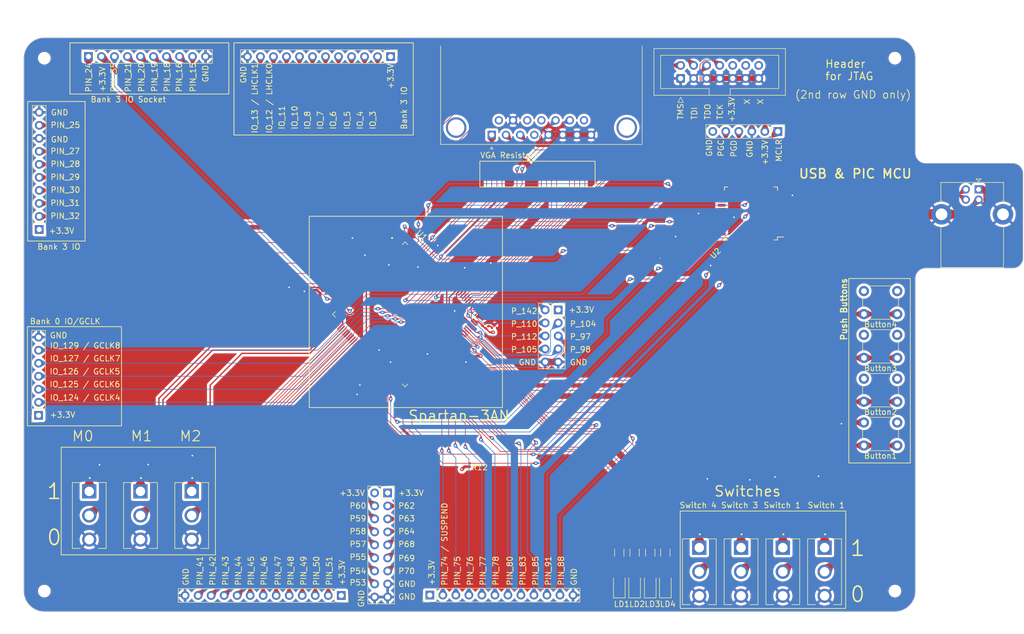
<source format=kicad_pcb>
(kicad_pcb (version 20221018) (generator pcbnew)
  (layers (0 "F.Cu" signal) (1 "In1.Cu" power "GND.Cu") (2 "In2.Cu" power "PWR.Cu") (31 "B.Cu" signal) (34 "B.Paste" user) (35 "F.Paste" user) (36 "B.SilkS" user "B.Silkscreen") (37 "F.SilkS" user "F.Silkscreen") (38 "B.Mask" user) (39 "F.Mask" user) (44 "Edge.Cuts" user))
  (net 0 "")
  (net 1 "GND")
  (net 2 "Net-(C9-Pad1)")
  (net 3 "+3.3V")
  (net 4 "Net-(C14-Pad1)")
  (net 5 "Net-(C19-Pad1)")
  (net 6 "+1V2")
  (net 7 "PIN_15")
  (net 8 "PIN_16")
  (net 9 "PIN_18")
  (net 10 "PIN_19")
  (net 11 "PIN_20")
  (net 12 "PIN_21")
  (net 13 "PIN_24")
  (net 14 "PIN_25")
  (net 15 "PIN_27")
  (net 16 "PIN_28")
  (net 17 "PIN_29")
  (net 18 "PIN_30")
  (net 19 "PIN_31")
  (net 20 "PIN_32")
  (net 21 "/USB Interface/VCAP")
  (net 22 "Net-(D1-A)")
  (net 23 "Net-(D2-A)")
  (net 24 "Net-(D3-A)")
  (net 25 "LED_1")
  (net 26 "LED_2")
  (net 27 "LED_3")
  (net 28 "LED_4")
  (net 29 "Net-(C28-Pad1)")
  (net 30 "/VGA Connector/VGA_RED")
  (net 31 "/VGA Connector/VGA_GREEN")
  (net 32 "/VGA Connector/VGA_BLUE")
  (net 37 "/VGA Connector/HSYNC_OUT")
  (net 38 "Net-(D4-A)")
  (net 39 "/VGA Connector/VSYNC_OUT")
  (net 40 "M2")
  (net 42 "M0")
  (net 43 "Net-(SW1-B)")
  (net 44 "M1")
  (net 45 "+5V")
  (net 46 "/FPGA & Misc/TMS")
  (net 49 "/FPGA & Misc/TCK")
  (net 50 "/FPGA & Misc/TDO")
  (net 51 "/FPGA & Misc/TDI")
  (net 52 "VGA_B0")
  (net 53 "VGA_B1")
  (net 54 "VGA_B2")
  (net 55 "VGA_B3")
  (net 56 "VGA_G0")
  (net 57 "VGA_G1")
  (net 58 "VGA_G2")
  (net 59 "VGA_G3")
  (net 60 "VGA_R0")
  (net 61 "VGA_R1")
  (net 62 "VGA_R2")
  (net 63 "VGA_R3")
  (net 64 "VGA_HSYNC")
  (net 65 "VGA_VSYNC")
  (net 66 "/USB Interface/D-")
  (net 67 "/USB Interface/D+")
  (net 68 "/USB Interface/{slash}MCLR")
  (net 69 "/USB Interface/PGD")
  (net 70 "/USB Interface/PGC")
  (net 72 "Net-(SW1-A)")
  (net 73 "PIN_41")
  (net 74 "PIN_42")
  (net 75 "PIN_43")
  (net 76 "PIN_44")
  (net 77 "PIN_45")
  (net 78 "PIN_46")
  (net 79 "PIN_47")
  (net 80 "PROG_B")
  (net 81 "DONE")
  (net 82 "INIT_B")
  (net 83 "PIN_48")
  (net 84 "PIN_49")
  (net 85 "PIN_50")
  (net 86 "PIN_51")
  (net 87 "MCU_CLK")
  (net 88 "MCU_MOSI")
  (net 89 "MCU_MISO")
  (net 90 "FPGA_CLK")
  (net 91 "RESET")
  (net 92 "CCLK")
  (net 93 "DIN")
  (net 94 "MCU_CS")
  (net 112 "Net-(D9-A)")
  (net 113 "IO_3b3")
  (net 114 "IO_7b3")
  (net 115 "IO_8B3")
  (net 116 "IO_10b3")
  (net 117 "IO_11b3")
  (net 118 "IO_4b3")
  (net 119 "IO_5b3")
  (net 120 "IO_6b3")
  (net 121 "IO_124{slash}GCLK4")
  (net 122 "IO_125{slash}GCLK6")
  (net 123 "IO_126{slash}GCLK5")
  (net 124 "IO_127{slash}GCLK7")
  (net 125 "IO_129{slash}GCLK8")
  (net 126 "IO_13b3{slash}LHCLK1")
  (net 127 "IO_12b3{slash}LHCLK0")
  (net 128 "Net-(SW2-A)")
  (net 129 "Net-(SW3-A)")
  (net 130 "Net-(SW2-B)")
  (net 131 "Net-(SW3-B)")
  (net 132 "PIC_LED")
  (net 133 "SWITCH_1")
  (net 134 "Net-(SW7-B)")
  (net 135 "Net-(SW7-A)")
  (net 136 "SWITCH_2")
  (net 137 "Net-(SW8-B)")
  (net 138 "Net-(SW8-A)")
  (net 139 "SWITCH_3")
  (net 140 "Net-(SW9-B)")
  (net 141 "Net-(SW9-A)")
  (net 142 "SWITCH_4")
  (net 143 "Net-(SW10-B)")
  (net 144 "Net-(SW10-A)")
  (net 145 "BUTTON_4")
  (net 146 "BUTTON_1")
  (net 147 "PIN_60")
  (net 148 "PIN_59")
  (net 149 "PIN_58")
  (net 150 "PIN_57")
  (net 151 "PIN_55")
  (net 152 "PIN_54")
  (net 153 "PIN_53")
  (net 154 "PIN_70")
  (net 155 "PIN_69")
  (net 156 "PIN_68")
  (net 157 "PIN_64")
  (net 158 "PIN_63")
  (net 159 "PIN_62")
  (net 160 "PIN_35")
  (net 161 "PIN_142")
  (net 162 "PIN_110")
  (net 163 "PIN_104")
  (net 164 "PIN_112")
  (net 165 "PIN_98")
  (net 166 "PIN_105")
  (net 167 "PIN_97")
  (net 168 "PIN_74")
  (net 169 "PIN_75")
  (net 170 "PIN_76")
  (net 171 "PIN_77")
  (net 172 "PIN_78")
  (net 173 "PIN_80")
  (net 174 "PIN_83")
  (net 175 "PIN_85")
  (net 176 "PIN_88")
  (net 177 "PIN_91")
  (net 178 "BUTTON_2")
  (net 179 "BUTTON_3")
  (footprint "Resistor_SMD:R_0201_0603Metric" (layer "F.Cu") (at 175.49 75.109669 90)
    (fp_text reference "RB3" hide)
    (fp_text value "510")
  )
  (footprint "Resistor_SMD:R_0201_0603Metric" (layer "F.Cu") (at 159.4 104.523726 45)
    (fp_text reference "RZ2" hide)
    (fp_text value "0R")
  )
  (footprint "Resistor_SMD:R_0201_0603Metric" (layer "F.Cu") (at 177.49 75.109669 90)
    (fp_text reference "RB0" hide)
    (fp_text value "4k")
  )
  (footprint "Resistor_SMD:R_0201_0603Metric" (layer "F.Cu") (at 178.49 75.109669 90)
    (fp_text reference "RB1" hide)
    (fp_text value "2k")
  )
  (footprint "Resistor_SMD:R_0201_0603Metric" (layer "F.Cu") (at 166.24 75.109669 90)
    (fp_text reference "RSYNC2" hide)
    (fp_text value "82.5R")
  )
  (footprint "Resistor_SMD:R_1206_3216Metric" (layer "F.Cu") (at 185.2 148.5045 -90)
    (fp_text reference "R1" hide)
    (fp_text value "470R")
  )
  (footprint "Resistor_SMD:R_0201_0603Metric" (layer "F.Cu") (at 81.76 131.65 90)
    (fp_text reference "R8" hide)
    (fp_text value "10k")
  )
  (footprint "Button_Switch_THT:SW_PUSH_6mm" (layer "F.Cu") (at 239.45 110.5 180)
    (fp_text reference "Button3")
    (fp_text value "SW_Push_Dual")
  )
  (footprint "Resistor_SMD:R_0201_0603Metric" (layer "F.Cu") (at 160.315 75.109669 90)
    (fp_text reference "RR2" hide)
    (fp_text value "1k")
  )
  (footprint "Connector_PinHeader_2.54mm:PinHeader_1x12_P2.54mm_Vertical" (layer "F.Cu") (at 140.575 51.7 -90)
    (fp_text reference "J5" hide)
    (fp_text value "Conn_01x12")
  )
  (footprint "Resistor_SMD:R_0201_0603Metric" (layer "F.Cu") (at 196.97 91.06 180)
    (fp_text reference "R19" hide)
    (fp_text value "470R")
  )
  (footprint "Capacitor_SMD:C_0201_0603Metric" (layer "F.Cu") (at 130.8 113.2 135)
    (fp_text reference "C19" hide)
    (fp_text value "1uF")
  )
  (footprint "Connector_PinSocket_2.54mm:PinSocket_2x09_P2.54mm_Vertical" (layer "F.Cu") (at 140 136.84)
    (fp_text reference "J12" hide)
    (fp_text value "Conn_02x09_Odd_Even")
  )
  (footprint "MountingHole:MountingHole_2mm" (layer "F.Cu") (at 73 52)
    (fp_text reference "H1" hide)
    (fp_text value "MountingHole")
  )
  (footprint "Resistor_SMD:R_0201_0603Metric" (layer "F.Cu") (at 156 131.4 90)
    (fp_text reference "R12")
    (fp_text value "10k")
  )
  (footprint "Capacitor_SMD:C_0201_0603Metric" (layer "F.Cu") (at 135.59 114.36 135)
    (fp_text reference "C5" hide)
    (fp_text value "100nF")
  )
  (footprint "Capacitor_SMD:C_0201_0603Metric" (layer "F.Cu") (at 158.96 93.16 45)
    (fp_text reference "C9" hide)
    (fp_text value "1uF")
  )
  (footprint "Resistor_SMD:R_0201_0603Metric" (layer "F.Cu") (at 157.912096 93.712096 -45)
    (fp_text reference "RZ1" hide)
    (fp_text value "0R")
  )
  (footprint "Capacitor_SMD:C_0201_0603Metric" (layer "F.Cu") (at 154.2 94.2 45)
    (fp_text reference "C15" hide)
    (fp_text value "100nF")
  )
  (footprint "Resistor_SMD:R_0201_0603Metric" (layer "F.Cu") (at 204 92.1)
    (fp_text reference "R11" hide)
    (fp_text value "10k")
  )
  (footprint "MountingHole:MountingHole_2mm" (layer "F.Cu") (at 239 52)
    (fp_text reference "H2" hide)
    (fp_text value "MountingHole")
  )
  (footprint "Button_Switch_THT:SW_PUSH_6mm" (layer "F.Cu") (at 239.45 119.05 180)
    (fp_text reference "Button2")
    (fp_text value "SW_Push_Dual")
  )
  (footprint "MountingHole:MountingHole_2mm" (layer "F.Cu") (at 73 156)
    (fp_text reference "H3" hide)
    (fp_text value "MountingHole")
  )
  (footprint "Capacitor_SMD:C_0201_0603Metric" (layer "F.Cu") (at 156.156048 95.601048 -45)
    (fp_text reference "C2" hide)
    (fp_text value "100nF")
  )
  (footprint "Resistor_SMD:R_0201_0603Metric" (layer "F.Cu") (at 172.99 75.109669 90)
    (fp_text reference "RG1" hide)
    (fp_text value "2k")
  )
  (footprint "Resistor_SMD:R_0201_0603Metric" (layer "F.Cu") (at 212.322733 132.2905 -90)
    (fp_text reference "R28" hide)
    (fp_text value "4.7k")
  )
  (footprint "footprints:SW_500SSP1S2M2QEA" (layer "F.Cu") (at 81.76 141.25 -90)
    (fp_text reference "SW1" hide)
    (fp_text value "SW_SPDT")
  )
  (footprint "Connector_Dsub:DSUB-15_Female_Horizontal_P2.77x2.84mm_EdgePinOffset14.56mm_Housed_MountingHolesOffset15.98mm" (layer "F.Cu") (at 160.315 66.965 180)
    (fp_text reference "J2" hide)
    (fp_text value "DE15_Receptacle_HighDensity")
  )
  (footprint "Capacitor_SMD:C_0201_0603Metric" (layer "F.Cu") (at 132.052548 112.052548 -45)
    (fp_text reference "C18" hide)
    (fp_text value "100nF")
  )
  (footprint "footprints:SW_500SSP1S2M2QEA" (layer "F.Cu") (at 208.972733 152.23 -90)
    (fp_text reference "SW9" hide)
    (fp_text value "SW_SPDT")
  )
  (footprint "Capacitor_SMD:C_0201_0603Metric" (layer "F.Cu") (at 127.056048 97.643952 45)
    (fp_text reference "C10" hide)
    (fp_text value "100nF")
  )
  (footprint "Resistor_SMD:R_0201_0603Metric" (layer "F.Cu") (at 171.99 75.109669 90)
    (fp_text reference "RG0" hide)
    (fp_text value "4k")
  )
  (footprint "Capacitor_SMD:C_0201_0603Metric" (layer "F.Cu") (at 158.75 104 45)
    (fp_text reference "C12" hide)
    (fp_text value "100nF")
  )
  (footprint "Resistor_SMD:R_0201_0603Metric" (layer "F.Cu") (at 131.426274 112.626274 -45)
    (fp_text reference "RZ3" hide)
    (fp_text value "0R")
  )
  (footprint "Resistor_SMD:R_0201_0603Metric" (layer "F.Cu") (at 228.322733 132.4305 -90)
    (fp_text reference "R20" hide)
    (fp_text value "4.7k")
  )
  (footprint "Connector_PinSocket_2.54mm:PinSocket_1x10_P2.54mm_Vertical" (layer "F.Cu") (at 81.6 51.675 90)
    (fp_text reference "J8" hide)
    (fp_text value "Conn_01x10_Socket")
  )
  (footprint "LED_SMD:LED_1206_3216Metric" (layer "F.Cu") (at 185.21 155.0395 90)
    (fp_text reference "D1" hide)
    (fp_text value "LED")
  )
  (footprint "Capacitor_SMD:C_0201_0603Metric" (layer "F.Cu") (at 135 90 45)
    (fp_text reference "C7" hide)
    (fp_text value "100nF")
  )
  (footprint "Connector_PinHeader_2.54mm:PinHeader_1x06_P2.54mm_Vertical" (layer "F.Cu") (at 216.15 66.3 -90)
    (fp_text reference "J4" hide)
    (fp_text value "Conn_01x06")
  )
  (footprint "LED_SMD:LED_1206_3216Metric" (layer "F.Cu") (at 188.2 155.0395 90)
    (fp_text reference "D2" hide)
    (fp_text value "LED")
  )
  (footprint "Resistor_SMD:R_0201_0603Metric" (layer "F.Cu") (at 217.122733 132.4305 90)
    (fp_text reference "R27" hide)
    (fp_text value "10k")
  )
  (footprint "Connector_PinSocket_2.54mm:PinSocket_2x05_P2.54mm_Vertical" (layer "F.Cu") (at 173.29 101.13)
    (fp_text reference "J10" hide)
    (fp_text value "Conn_02x05_Odd_Even")
  )
  (footprint "Connector_PinSocket_2.54mm:PinSocket_1x07_P2.54mm_Vertical" (layer "F.Cu") (at 71.875 121.7 180)
    (fp_text reference "J6" hide)
    (fp_text value "Conn_01x07_Socket")
  )
  (footprint "Capacitor_SMD:C_0201_0603Metric" (layer "F.Cu") (at 133.8 88.8 -135)
    (fp_text reference "C28" hide)
    (fp_text value "1uF")
  )
  (footprint "footprints:SW_500SSP1S2M2QEA" (layer "F.Cu") (at 217.122733 152.23 -90)
    (fp_text reference "SW8" hide)
    (fp_text value "SW_SPDT")
  )
  (footprint "Connector_PinHeader_2.54mm:PinHeader_1x10_P2.54mm_Vertical" (layer "F.Cu") (at 72 85.425 180)
    (fp_text reference "J7" hide)
    (fp_text value "Conn_01x10_Pin")
  )
  (footprint "Package_QFP:TQFP-44_10x10mm_P0.8mm" (layer "F.Cu") (at 210.9 82.3 180)
    (fp_text reference "U2")
    (fp_text value "PIC32MX250F128D-IPT")
  )
  (footprint "Resistor_SMD:R_0201_0603Metric" (layer "F.Cu") (at 203.822733 132.2905 -90)
    (fp_text reference "R30" hide)
    (fp_text value "4.7k")
  )
  (footprint "Resistor_SMD:R_0201_0603Metric" (layer "F.Cu") (at 162.315 75.109669 90)
    (fp_text reference "RR0" hide)
    (fp_text value "4k")
  )
  (footprint "Connector_PinHeader_2.54mm:PinHeader_1x12_P2.54mm_Vertical" (layer "F.Cu") (at 148.23 156.79 90)
    (fp_text reference "J11" hide)
    (fp_text value "Conn_01x12_Pin")
  )
  (footprint "Capacitor_SMD:C_0201_0603Metric" (layer "F.Cu") (at 156.2 110.8 135)
    (fp_text reference "C4" hide)
    (fp_text value "100nF")
  )
  (footprint "Capacitor_SMD:C_0201_0603Metric" (layer "F.Cu") (at 156.756048 94.956048 -45)
    (fp_text reference "C11" hide)
    (fp_text value "100nF")
  )
  (footprint "Resistor_SMD:R_0201_0603Metric" (layer "F.Cu") (at 225.322733 132.4305 90)
    (fp_text reference "R25" hide)
    (fp_text value "10k")
  )
  (footprint "LED_SMD:LED_1206_3216Metric" (layer "F.Cu") (at 191.25 155.0395 90)
    (fp_text reference "D3" hide)
    (fp_text value "LED")
  )
  (footprint "Capacitor_SMD:C_0201_0603Metric" (layer "F.Cu") (at 155 109.6 -45)
    (fp_text reference "C3" hide)
    (fp_text value "100nF")
  )
  (footprint "Resistor_SMD:R_0201_0603Metric" (layer "F.Cu") (at 220.322733 132.4305 -90)
    (fp_text reference "R26" hide)
    (fp_text value "4.7k")
  )
  (footprint "footprints:SW_500SSP1S2M2QEA" (layer "F.Cu") (at 225.272733 152.23 -90)
    (fp_text reference "SW7" hide)
    (fp_text value "SW_SPDT")
  )
  (footprint "MountingHole:MountingHole_2mm" (layer "F.Cu") (at 239 156)
    (fp_text reference "H4" hide)
    (fp_text value "MountingHole")
  )
  (footprint "Resistor_SMD:R_0201_0603Metric" (layer "F.Cu") (at 85.36 129.5 -90)
    (fp_text reference "R6" hide)
    (fp_text value "4.7k")
  )
  (footprint "Capacitor_SMD:C_0201_0603Metric" (layer "F.Cu") (at 211.4 74.4 180)
    (fp_text reference "C21" hide)
    (fp_text value "100nF")
  )
  (footprint "Resistor_SMD:R_0201_0603Metric" (layer "F.Cu") (at 210.1 74.8 -90)
    (fp_text reference "R9" hide)
    (fp_text value "10k")
  )
  (footprint "Resistor_SMD:R_1206_3216Metric" (layer "F.Cu") (at 194.2 148.5045 -90)
    (fp_text reference "R4" hide)
    (fp_text value "470R")
  )
  (footprint "Capacitor_SMD:C_0201_0603Metric" (layer "F.Cu") (at 157.33837 94.33837 -45)
    (fp_text reference "C1" hide)
    (fp_text value "100nF")
  )
  (footprint "Connector_USB:USB_B_Lumberg_2411_02_Horizontal" (layer "F.Cu") (at 255.34 77.61 -90)
    (fp_text reference "J3" hide)
    (fp_text value "USB_B")
  )
  (footprint "footprints:SW_500SSP1S2M2QEA" (layer "F.Cu") (at 200.822733 152.23 -90)
    (fp_text reference "SW10" hide)
    (fp_text value "SW_SPDT")
  )
  (footprint "Button_Switch_THT:SW_PUSH_6mm" (layer "F.Cu") (at 239.45 101.95 180)
    (fp_text reference "Button4")
    (fp_text value "SW_Push_Dual")
  )
  (footprint "Resistor_SMD:R_0201_0603Metric" (layer "F.Cu") (at 134.4 89.4 45)
    (fp_text reference "RZ4" hide)
    (fp_text value "0R")
  )
  (footprint "footprints:SW_500SSP1S2M2QEA" (layer "F.Cu") (at 101.76 141.25 -90)
    (fp_text reference "SW3" hide)
    (fp_text value "SW_SPDT")
  )
  (footprint "FPGAFootprint:QFP50P2200X2200X160-144N" (layer "F.Cu") (at 143.4 102 -45)
    (fp_text reference "U1")
    (fp_text value "XC3S50AN-TQG144")
  )
  (footprint "LED_SMD:LED_0201_0603Metric" (layer "F.Cu") (at 194.065 91.06)
    (fp_text reference "D9" hide)
    (fp_text value "LED")
  )
  (footprint "Connector_IDC:IDC-Header_2x07_P2.54mm_Vertical" (layer "F.Cu") (at 197.18 55.9525 90)
    (fp_text reference "J1" hide)
    (fp_text value "Conn_02x07_Odd_Even")
  )
  (footprint "Capacitor_SMD:C_0201_0603Metric" (layer "F.Cu") (at 218.1 81.9 -90)
    (fp_text reference "C22" hide)
    (fp_text value "10uF")
  )
  (footprint "Capacitor_SMD:C_0201_0603Metric" (layer "F.Cu") (at 126.456048 97.043952 45)
    (fp_text reference "C13" hide)
    (fp_text value "100nF")
  )
  (footprint "footprints:SW_500SSP1S2M2QEA" (layer "F.Cu") (at 91.76 141.25 -90)
    (fp_text reference "SW2" hide)
    (fp_text value "SW_SPDT")
  )
  (footprint "Resistor_SMD:R_0201_0603Metric" (layer "F.Cu") (at 209.022733 132.4305 90)
    (fp_text reference "R29" hide)
    (fp_text value "10k")
  )
  (footprint "Resistor_SMD:R_0201_0603Metric" (layer "F.Cu") (at 105.36 129.45 -90)
    (fp_text reference "R5" hide)
    (fp_text value "4.7k")
  )
  (footprint "Resistor_SMD:R_0201_0603Metric" (layer "F.Cu") (at 170.99 75.109669 90)
    (fp_text reference "RG2" hide)
    (fp_text value "1k")
  )
  (footprint "Resistor_SMD:R_0201_0603Metric" (layer "F.Cu") (at 101.76 131.65 90)
    (fp_text reference "R14" hide)
    (fp_text value "10k")
  )
  (footprint "Connector_PinSocket_2.54mm:PinSocket_1x13_P2.54mm_Vertical" (layer "F.Cu") (at 130.95 156.86 -90)
    (fp_text reference "J9" hide)
    (fp_text value "Conn_01x13_Socket")
  )
  (footprint "Resistor_SMD:R_1206_3216Metric" (layer "F.Cu") (at 188.2 148.5045 -90)
    (fp_text reference "R2" hide)
    (fp_text value "470R")
  )
  (footprint "Capacitor_SMD:C_0201_0603Metric" (layer "F.Cu") (at 160.6 104.4 45)
    (fp_text reference "C14" hide)
    (fp_text value "1uF")
  )
  (footprint "Resistor_SMD:R_0201_0603Metric" (layer "F.Cu") (at 200.822733 132.5405 90)
    (fp_text reference "R31" hide)
    (fp_text value "10k")
  )
  (footprint "Resistor_SMD:R_0201_0603Metric" (layer "F.Cu") (at 91.76 131.65 90)
    (fp_text reference "R13" hide)
    (fp_text value "10k")
  )
  (footprint "Capacitor_SMD:C_0201_0603Metric" (layer "F.Cu") (at 136.19 113.76 135)
    (fp_text reference "C8" hide)
    (fp_text value "100nF")
  )
  (footprint "Capacitor_SMD:C_0201_0603Metric" (layer "F.Cu") (at 203.7 82.8 90)
    (fp_text reference "C20" hide)
    (fp_text value "100nF")
  )
  (footprint "Resistor_SMD:R_0201_0603Metric" (layer "F.Cu") (at 161.315 75.109669 90)
    (fp_text reference "RR1" hide)
    (fp_text value "2k")
  )
  (footprint "Resistor_SMD:R_0201_0603Metric" (layer "F.Cu") (at 95.36 129.45 -90)
    (fp_text reference "R7" hide)
    (fp_text value "4.7k")
  )
  (footprint "Capacitor_SMD:C_0201_0603Metric" (layer "F.Cu") (at 154.2 110.4 -45)
    (fp_text reference "C16" hide)
    (fp_text value "100nF")
  )
  (footprint "Resistor_SMD:R_0201_0603Metric" (layer "F.Cu") (at 176.49 75.109669 90)
    (fp_text reference "RB2" hide)
    (fp_text value "1k")
  )
  (footprint "LED_SMD:LED_1206_3216Metric" (layer "F.Cu") (at 194.2 155.0395 90)
    (fp_text reference "D4" hide)
    (fp_text value "LED")
  )
  (footprint "Resistor_SMD:R_0201_0603Metric" (layer "F.Cu") (at 169.99 75.109669 90)
    (fp_text reference "RG3" hide)
    (fp_text value "510")
  )
  (footprint "Capacitor_SMD:C_0201_0603Metric" (layer "F.Cu") (at 134.99 114.96 135)
    (fp_text reference "C6" hide)
    (fp_text value "100nF")
  )
  (footprint "Resistor_SMD:R_0201_0603Metric" (layer "F.Cu") (at 165.24 75.109669 90)
    (fp_text reference "RSYNC1" hide)
    (fp_text value "82.5R")
  )
  (footprint "Resistor_SMD:R_0201_0603Metric" (layer "F.Cu") (at 159.315 75.109669 90)
    (fp_text reference "RR3" hide)
    (fp_text value "510")
  )
  (footprint "Capacitor_SMD:C_0201_0603Metric" (layer "F.Cu") (at 132.7 111.426274 -45)
    (fp_text reference "C17" hide)
    (fp_text value "100nF")
  )
  (footprint "Button_Switch_THT:SW_PUSH_6mm" (layer "F.Cu") (at 239.45 127.6 180)
    (fp_text reference "Button1")
    (fp_text value "SW_Push_Dual")
  )
  (footprint "Resistor_SMD:R_0201_0603Metric" (layer "F.Cu") (at 199.9 85.5 180)
    (fp_text reference "R10" hide)
    (fp_text value "10k")
  )
  (footprint "Resistor_SMD:R_1206_3216Metric" (layer "F.Cu") (at 191.25 148.5045 -90)
    (fp_text reference "R3" hide)
    (fp_text value "470R")
  )
  (gr_rect (start 157.99 72.109669) (end 180.49 77.109669) (stroke (width 0.15)) (fill none) (layer "F.SilkS"))
  (gr_rect (start 124.7 82.85) (end 162.4 120.2) (stroke (width 0.15)) (fill none) (layer "F.SilkS"))
  (gr_rect (start 76.29 127.93) (end 106.39 148.93) (stroke (width 0.15)) (fill none) (layer "F.SilkS"))
  (gr_rect (start 197.1 140.3895) (end 229.4 159.3895) (stroke (width 0.15)) (fill none) (layer "F.SilkS"))
  (gr_rect (start 69.7 104.4) (end 88.06 123.75) (stroke (width 0.15)) (fill none) (layer "F.SilkS"))
  (gr_rect (start 110 49) (end 145 67) (stroke (width 0.15)) (fill none) (layer "F.SilkS"))
  (gr_rect (start 230 95) (end 242 131) (stroke (width 0.15)) (fill none) (layer "F.SilkS"))
  (gr_rect (start 78 49) (end 109 59) (stroke (width 0.15)) (fill none) (layer "F.SilkS"))
  (gr_rect (start 69.75 60.45) (end 80.95 87.7) (stroke (width 0.15)) (fill none) (layer "F.SilkS"))
  (gr_line (start 245 72.5) (end 262 72.5) (stroke (width 0.1)) (layer "Edge.Cuts"))
  (gr_arc (start 243 156) (mid 241.828427 158.828427) (end 239 160) (stroke (width 0.1)) (layer "Edge.Cuts"))
  (gr_arc (start 73 160) (mid 70.171573 158.828427) (end 69 156) (stroke (width 0.1)) (layer "Edge.Cuts"))
  (gr_line (start 264 91) (end 264 74.5) (stroke (width 0.1)) (layer "Edge.Cuts"))
  (gr_arc (start 264 91) (mid 263.414214 92.414214) (end 262 93) (stroke (width 0.1)) (layer "Edge.Cuts"))
  (gr_line (start 239 160) (end 73 160) (stroke (width 0.1)) (layer "Edge.Cuts"))
  (gr_arc (start 245 72.5) (mid 243.585786 71.914214) (end 243 70.5) (stroke (width 0.1)) (layer "Edge.Cuts"))
  (gr_arc (start 69 52) (mid 70.171573 49.171573) (end 73 48) (stroke (width 0.1)) (layer "Edge.Cuts"))
  (gr_line (start 73 48) (end 239 48) (stroke (width 0.1)) (layer "Edge.Cuts"))
  (gr_arc (start 243 95) (mid 243.585786 93.585786) (end 245 93) (stroke (width 0.1)) (layer "Edge.Cuts"))
  (gr_line (start 69 156) (end 69 52) (stroke (width 0.1)) (layer "Edge.Cuts"))
  (gr_line (start 243 95) (end 243 156) (stroke (width 0.1)) (layer "Edge.Cuts"))
  (gr_arc (start 262 72.5) (mid 263.414214 73.085786) (end 264 74.5) (stroke (width 0.1)) (layer "Edge.Cuts"))
  (gr_arc (start 239 48) (mid 241.828427 49.171573) (end 243 52) (stroke (width 0.1)) (layer "Edge.Cuts"))
  (gr_line (start 245 93) (end 262 93) (stroke (width 0.1)) (layer "Edge.Cuts"))
  (gr_line (start 243 52) (end 243 70.5) (stroke (width 0.1)) (layer "Edge.Cuts"))
  (gr_text "PIN_41" (at 104 155 90) (layer "F.SilkS") (effects (font (size 1.1 1.1) (thickness 0.16)) (justify left bottom)))
  (gr_text "X" (at 210.8 61.1 90) (layer "F.SilkS") (effects (font (size 1.1 1.1) (thickness 0.16)) (justify left bottom)))
  (gr_text "PIN_83" (at 167 155 90) (layer "F.SilkS") (effects (font (size 1.1 1.1) (thickness 0.16)) (justify left bottom)))
  (gr_text "PIN_28" (at 74.15 73.3) (layer "F.SilkS") (effects (font (size 1.1 1.1) (thickness 0.16)) (justify left bottom)))
  (gr_text "GND" (at 177 155 90) (layer "F.SilkS") (effects (font (size 1.1 1.1) (thickness 0.16)) (justify left bottom)))
  (gr_text "IO_8" (at 125 66 90) (layer "F.SilkS") (effects (font (size 1.1 1.1) (thickness 0.16)) (justify left bottom)))
  (gr_text "LD2" (at 187.065 159.1945) (layer "F.SilkS") (effects (font (size 1.1 1.1) (thickness 0.16)) (justify left bottom)))
  (gr_text "PIN_35" (at 87.2 58.7 90) (layer "F.SilkS") (effects (font (size 1.1 1.1) (thickness 0.16)) (justify left bottom)))
  (gr_text "P57" (at 132.5 147.5) (layer "F.SilkS") (effects (font (size 1.1 1.1) (thickness 0.16)) (justify left bottom)))
  (gr_text "0" (at 230.1 158.4) (layer "F.SilkS") (effects (font (size 3 3) (thickness 0.3)) (justify left bottom)))
  (gr_text "PIN_30\n" (at 74.15 78.35) (layer "F.SilkS") (effects (font (size 1.1 1.1) (thickness 0.16)) (justify left bottom)))
  (gr_text "1" (at 73.3 138.3) (layer "F.SilkS") (effects (font (size 3 3) (thickness 0.3)) (justify left bottom)))
  (gr_text "+3.3V" (at 73.8 86.35) (layer "F.SilkS") (effects (font (size 1.1 1.1) (thickness 0.16)) (justify left bottom)))
  (gr_text "LD4" (at 193.065 159.1945) (layer "F.SilkS") (effects (font (size 1.1 1.1) (thickness 0.16)) (justify left bottom)))
  (gr_text "PIN_43" (at 109 155 90) (layer "F.SilkS") (effects (font (size 1.1 1.1) (thickness 0.16)) (justify left bottom)))
  (gr_text "M0" (at 78.29 126.93) (layer "F.SilkS") (effects (font (size 2 2) (thickness 0.2)) (justify left bottom)))
  (gr_text "IO_12 / LHCLK0" (at 117.54 66.74 90) (layer "F.SilkS") (effects (font (size 1.1 1.1) (thickness 0.16)) (justify left bottom)))
  (gr_text "PIN_19" (at 95.15 58.65 90) (layer "F.SilkS") (effects (font (size 1.1 1.1) (thickness 0.16)) (justify left bottom)))
  (gr_text "+3.3V" (at 74 122.25) (layer "F.SilkS") (effects (font (size 1.1 1.1) (thickness 0.16)) (justify left bottom)))
  (gr_text "GND" (at 175.5 112) (layer "F.SilkS") (effects (font (size 1.1 1.1) (thickness 0.16)) (justify left bottom)))
  (gr_text "PIN_45" (at 114 155 90) (layer "F.SilkS") (effects (font (size 1.1 1.1) (thickness 0.16)) (justify left bottom)))
  (gr_text "USB & PIC MCU" (at 220.1 75.6) (layer "F.SilkS") (effects (font (size 1.8 1.8) (thickness 0.3)) (justify left bottom)))
  (gr_text "+3.3V" (at 214.3 73 90) (layer "F.SilkS") (effects (font (size 1.1 1.1) (thickness 0.16)) (justify left bottom)))
  (gr_text "IO_129 / GCLK8" (at 74 108.75) (layer "F.SilkS") (effects (font (size 1.1 1.1) (thickness 0.16)) (justify left bottom)))
  (gr_text "PIN_24\n" (at 82.3 58.7 90) (layer "F.SilkS") (effects (font (size 1.1 1.1) (thickness 0.16)) (justify left bottom)))
  (gr_text "PIN_32\n" (at 74.1 83.45) (layer "F.SilkS") (effects (font (size 1.1 1.1) (thickness 0.16)) (justify left bottom)))
  (gr_text "PIN_91" (at 172 155 90) (layer "F.SilkS") (effects (font (size 1.1 1.1) (thickness 0.16)) (justify left bottom)))
  (gr_text "GND" (at 74.2 68.5) (layer "F.SilkS") (effects (font (size 1.1 1.1) (thickness 0.16)) (justify left bottom)))
  (gr_text "IO_4" (at 135.25 66 90) (layer "F.SilkS") (effects (font (size 1.1 1.1) (thickness 0.16)) (justify left bottom)))
  (gr_text "+3.3V" (at 141.25 58.1 90) (layer "F.SilkS") (effects (font (size 1.1 1.1) (thickness 0.16)) (justify left bottom)))
  (gr_text "PIN_85" (at 169.5 155 90) (layer "F.SilkS") (effects (font (size 1.1 1.1) (thickness 0.16)) (justify left bottom)))
  (gr_text "+3.3V" (at 207.8 64.6 90) (layer "F.SilkS") (effects (font (size 1.1 1.1) (thickness 0.16)) (justify left bottom)))
  (gr_text "X" (at 213.4 61.1 90) (layer "F.SilkS") (effects (font (size 1.1 1.1) (thickness 0.16)) (justify left bottom)))
  (gr_text "GND" (at 101.25 155 90) (layer "F.SilkS") (effects (font (size 1.1 1.1) (thickness 0.16)) (justify left bottom)))
  (gr_text "Switch 3" (at 205 139.9) (layer "F.SilkS") (effects (font (size 1.1 1.1) (thickness 0.16)) (justify left bottom)))
  (gr_text "GND" (at 142 157.75) (layer "F.SilkS") (effects (font (size 1.1 1.1) (thickness 0.16)) (justify left bottom)))
  (gr_text "PIN_46" (at 116.5 155 90) (layer "F.SilkS") (effects (font (size 1.1 1.1) (thickness 0.16)) (justify left bottom)))
  (gr_text "Bank 3 IO" (at 143.85 66 90) (layer "F.SilkS") (effects (font (size 1.1 1.1) (thickness 0.16)) (justify left bottom)))
  (gr_text "PIN_50" (at 126.75 155 90) (layer "F.SilkS") (effects (font (size 1.1 1.1) (thickness 0.16)) (justify left bottom)))
  (gr_text "PIN_49" (at 124.25 155 90) (layer "F.SilkS") (effects (font (size 1.1 1.1) (thickness 0.16)) (justify left bottom)))
  (gr_text "P64" (at 142 145) (layer "F.SilkS") (effects (font (size 1.1 1.1) (thickness 0.16)) (justify left bottom)))
  (gr_text "IO_10" (at 122.5 66 90) (layer "F.SilkS") (effects (font (size 1.1 1.1) (thickness 0.16)) (justify left bottom)))
  (gr_text "+3.3V" (at 142 137.5) (layer "F.SilkS") (effects (font (size 1.1 1.1) (thickness 0.16)) (justify left bottom)))
  (gr_text "0" (at 73.3 147.3) (layer "F.SilkS") (effects (font (size 3 3) (thickness 0.3)) (justify left bottom)))
  (gr_text "P_104\n" (at 175.5 104.5) (layer "F.SilkS") (effects (font (size 1.1 1.1) (thickness 0.16)) (justify left bottom)))
  (gr_text "IO_13 / LHCLK1\n" (at 114.72 66.74 90) (layer "F.SilkS") (effects (font (size 1.1 1.1) (thickness 0.16)) (justify left bottom)))
  (gr_text "GND" (at 203.4 71.3 90) (layer "F.SilkS") (effects (font (size 1.1 1.1) (thickness 0.16)) (justify left bottom)))
  (gr_text "PIN_76" (at 156.75 155 90) (layer "F.SilkS") (effects (font (size 1.1 1.1) (thickness 0.16)) (justify left bottom)))
  (gr_text "Push Buttons" (at 229.75 107.2 90) (layer "F.SilkS") (effects (font (size 1.2 1.2) (thickness 0.25) bold) (justify left bottom)))
  (gr_text "PIN_27\n" (at 74.1 70.8) (layer "F.SilkS") (effects (font (size 1.1 1.1) (thickness 0.16)) (justify left bottom)))
  (gr_text "PIN_78" (at 161.75 155 90) (layer "F.SilkS") (effects (font (size 1.1 1.1) (thickness 0.16)) (justify left bottom)))
  (gr_text "P68" (at 142 147.5) (layer "F.SilkS") (effects (font (size 1.1 1.1) (thickness 0.16)) (justify left bottom)))
  (gr_text "PGD" (at 208.2 71.4 90) (layer "F.SilkS") (effects (font (size 1.1 1.1) (thickness 0.16)) (justify left bottom)))
  (gr_text "IO_6" (at 130 66 90) (layer "F.SilkS") (effects (font (size 1.1 1.1) (thickness 0.16)) (justify left bottom)))
  (gr_text "MCLR" (at 217 72.3 90) (layer "F.SilkS") (effects (font (size 1.1 1.1) (thickness 0.16)) (justify left bottom)))
  (gr_text "P_97\n" (at 175.5 107) (layer "F.SilkS") (effects (font (size 1.1 1.1) (thickness 0.16)) (justify left bottom)))
  (gr_text "P_105" (at 164 109.5) (layer "F.SilkS") (effects (font (size 1.1 1.1) (thickness 0.16)) (justify left bottom)))
  (gr_text "Switch 1" (at 213.3 139.9) (layer "F.SilkS") (effects (font (size 1.1 1.1) (thickness 0.16)) (justify left bottom)))
  (gr_text "PIN_18" (at 97.6 58.65 90) (layer "F.SilkS") (effects (font (size 1.1 1.1) (thickness 0.16)) (justify left bottom)))
  (gr_text "IO_11" (at 120 66 90) (layer "F.SilkS") (effects (font (size 1.1 1.1) (thickness 0.16)) (justify left bottom)))
  (gr_text "PIN_31" (at 74.1 80.9) (layer "F.SilkS") (effects (font (size 1.1 1.1) (thickness 0.16)) (justify left bottom)))
  (gr_text "P60" (at 132.5 140) (layer "F.SilkS") (effects (font (size 1.1 1.1) (thickness 0.16)) (justify left bottom)))
  (gr_text "+3.3V" (at 149.25 155 90) (layer "F.SilkS") (effects (font (size 1.1 1.1) (thickness 0.16)) (justify left bottom)))
  (gr_text "TDI" (at 200.5 64.1 90) (layer "F.SilkS") (effects (font (size 1.1 1.1) (thickness 0.16)) (justify left bottom)))
  (gr_text "+3.3V" (at 175.25 101.75) (layer "F.SilkS") (effects (font (size 1.1 1.1) (thickness 0.16)) (justify left bottom)))
  (gr_text "GND" (at 142 155.25) (layer "F.SilkS") (effects (font (size 1.1 1.1) (thickness 0.16)) (justify left bottom)))
  (gr_text "Header\nfor JTAG" (at 225.3 56.4) (layer "F.SilkS") (effects (font (size 1.5 1.5) (thickness 0.2) bold) (justify left bottom)))
  (gr_text "VGA Resistors" (at 157.99 71.6) (layer "F.SilkS") (effects (font (size 1.1 1.1) (thickness 0.16)) (justify left bottom)))
  (gr_text "GND\n" (at 74.2 63.25) (layer "F.SilkS") (effects (font (size 1.1 1.1) (thickness 0.16)) (justify left bottom)))
  (gr_text "PIN_20" (at 92.6 58.7 90) (layer "F.SilkS") (effects (font (size 1.1 1.1) (thickness 0.16)) (justify left bottom)))
  (gr_text "IO_3" (at 137.75 66 90) (layer "F.SilkS") (effects (font (size 1.1 1.1) (thickness 0.16)) (justify left bottom)))
  (gr_text "PIN_75" (at 154.25 155 90) (layer "F.SilkS") (effects (font (size 1.1 1.1) (thickness 0.16)) (justify left bottom)))
  (gr_text "Bank 3 IO Socket" (at 81.95 60.7) (layer "F.SilkS") (effects (font (size 1.1 1.1) (thickness 0.16)) (justify left bottom)))
  (gr_text "P69" (at 142 150.25) (layer "F.SilkS") (effects (font (size 1.1 1.1) (thickness 0.16)) (justify left bottom)))
  (gr_text "P59" (at 132.5 142.5) (layer "F.SilkS") (effects (font (size 1.1 1.1) (thickness 0.16)) (justify left bottom)))
  (gr_text "LD1" (at 184.065 159.1945) (layer "F.SilkS") (effects (font (size 1.1 1.1) (thickness 0.16)) (justify left bottom)))
  (gr_text "+3.3V" (at 85 58.7 90) (layer "F.SilkS") (effects (font (size 1.1 1.1) (thickness 0.16)) (justify left bottom)))
  (gr_text "1" (at 230.1 149.4) (layer "F.SilkS") (effects (font (size 3 3) (thickness 0.3)) (justify left bottom)))
  (gr_text "P70" (at 142 152.75) (layer "F.SilkS") (effects (font (size 1.1 1.1) (thickness 0.16)) (justify left bottom)))
  (gr_text "P54" (at 132.5 152.75) (layer "F.SilkS") (effects (font (size 1.1 1.1) (thickness 0.16)) (justify left bottom)))
  (gr_text "PIN_21" (at 90 58.7 90) (layer "F.SilkS") (effects (font (size 1.1 1.1) (thickness 0.16)) (justify left bottom)))
  (gr_text "P_110\n" (at 164 104.5) (layer "F.SilkS") (effects (font (size 1.1 1.1) (thickness 0.16)) (justify left bottom)))
  (gr_text "P63" (at 142 142.5) (layer "F.SilkS") (effects (font (size 1.1 1.1) (thickness 0.16)) (justify left bottom)))
  (gr_text "GND" (at 135.5 159.25 90) (layer "F.SilkS") (effects (font (size 1.1 1.1) (thickness 0.16)) (justify left bottom)))
  (gr_text "IO_125 / GCLK6" (at 73.95 116.3) (layer "F.SilkS") (effects (font (size 1.1 1.1) (thickness 0.16)) (justify left bottom)))
  (gr_text "PIN_74 / SUSPEND" (at 151.75 155 90) (layer "F.SilkS") (effects (font (size 1.1 1.1) (thickness 0.16)) (justify left bottom)))
  (gr_text "LD3" (at 190.065 159.1945) (layer "F.SilkS") (effects (font (size 1.1 1.1) (thickness 0.16)) (justify left bottom)))
  (gr_text "GND" (at 74 106.75) (layer "F.SilkS") (effects (font (size 1.1 1.1) (thickness 0.16)) (justify left bottom)))
  (gr_text "PIN_80" (at 164.5 155 90) (layer "F.SilkS") (effects (font (size 1.1 1.1) (thickness 0.16)) (justify left bottom)))
  (gr_text "PGC" (at 205.7 71.3 90) (layer "F.SilkS") (effects (font (size 1.1 1.1) (thickness 0.16)) (justify left bottom)))
  (gr_text "M2" (at 99.29 126.93) (layer "F.SilkS") (effects (font (size 2 2) (thickness 0.2)) (justify left bottom)))
  (gr_text "IO_126 / GCLK5" (at 73.95 113.8) (layer "F.SilkS") (effects (font (size 1.1 1.1) (thickness 0.16)) (justify left bottom)))
  (gr_text "TCK" (at 205.5 64.1 90) (layer "F.SilkS") (effects (font (size 1.1 1.1) (thickness 0.16)) (justify left bottom)))
  (gr_text "+3.3V" (at 131.75 155 90) (layer "F.SilkS") (effects (font (size 1.1 1.1) (thickness 0.16)) (justify left bottom)))
  (gr_text "Bank 3 IO" (at 71.55 89.45) (layer "F.SilkS") (effects (font (size 1.1 1.1) (thickness 0.16)) (justify left bottom)))
  (gr_text "P53\n" (at 132.5 155) (layer "F.SilkS") (effects (font (size 1.1 1.1) (thickness 0.16)) (justify left bottom)))
  (gr_text "IO_7" (at 127.5 66 90) (layer "F.SilkS") (effects (font (size 1.1 1.1) (thickness 0.16)) (justify left bottom)))
  (gr_text "GND" (at 165.5 112) (layer "F.SilkS") (effects (font (size 1.1 1.1) (thickness 0.16)) (justify left bottom)))
  (gr_text "P_112" (at 164 107) (layer "F.SilkS") (effects (font (size 1.1 1.1) (thickness 0.16)) (justify left bottom)))
  (gr_text "Switches" (at 203.6 137.7) (layer "F.SilkS") (effects (font (size 2 2) (thickness 0.25) bold) (justify left bottom)))
  (gr_text "GND" (at 211.3 71.5 90) (layer "F.SilkS") (effects (font (size 1.1 1.1) (thickness 0.16)) (justify left bottom)))
  (gr_text "Spartan-3AN" (at 143.9 122.95) (layer "F.SilkS") (effects (font (size 2 2) (thickness 0.25)) (justify left bottom)))
  (gr_text "TMS" (at 197.8 64.1 90) (layer "F.SilkS") (effects (font (size 1.1 1.1) (thickness 0.16)) (justify left bottom)))
  (gr_text "PIN_51" (at 129.25 155 90) (layer "F.SilkS") (effects (font (size 1.1 1.1) (thickness 0.16)) (justify left bottom)))
  (gr_text "Switch 4" (at 196.9 139.9) (layer "F.SilkS") (effects (font (size 1.1 1.1) (thickness 0.16)) (justify left bottom)))
  (gr_text "Bank 0 IO/GCLK" (at 70.1 104) (layer "F.SilkS") (effects (font (size 1.1 1.1) (thickness 0.16)) (justify left bottom)))
  (gr_text "P55" (at 132.5 150) (layer "F.SilkS") (effects (font (size 1.1 1.1) (thickness 0.16)) (justify left bottom)))
  (gr_text "PIN_29\n" (at 74.1 75.85) (layer "F.SilkS") (effects (font (size 1.1 1.1) (thickness 0.16)) (justify left bottom)))
  (gr_text "PIN_42" (at 106.5 155 90) (layer "F.SilkS") (effects (font (size 1.1 1.1) (thickness 0.16)) (justify left bottom)))
  (gr_text "(2nd row GND only)" (at 219.4 60) (layer "F.SilkS") (effects (font (size 1.5 1.5) (thickness 0.16)) (justify left bottom)))
  (gr_text "IO_5" (at 132.75 66 90) (layer "F.SilkS") (effects (font (size 1.1 1.1) (thickness 0.16)) (justify left bottom)))
  (gr_text "GND" (at 112.5 57 90) (layer "F.SilkS") (effects (font (size 1.1 1.1) (thickness 0.16)) (justify left bottom)))
  (gr_text "PIN_16" (at 99.95 58.7 90) (layer "F.SilkS") (effects (font (size 1.1 1.1) (thickness 0.16)) (justify left bottom)))
  (gr_text "PIN_48" (at 121.75 155 90) (layer "F.SilkS") (effects (font (size 1.1 1.1) (thickness 0.16)) (justify left bottom)))
  (gr_text "GND\n" (at 105.1 56.8 90) (layer "F.SilkS") (effects (font (size 1.1 1.1) (thickness 0.16)) (justify left bottom)))
  (gr_text "P62" (at 142 140) (layer "F.SilkS") (effects (font (size 1.1 1.1) (thickness 0.16)) (justify left bottom)))
  (gr_text "PIN_15" (at 102.65 58.7 90) (layer "F.SilkS") (effects (font (size 1.1 1.1) (thickness 0.16)) (justify left bottom)))
  (gr_text "IO_124 / GCLK4" (at 74 118.9) (layer "F.SilkS") (effects (font (size 1.1 1.1) (thickness 0.16)) (justify left bottom)))
  (gr_text "M1" (at 89.75 126.93) (layer "F.SilkS") (effects (font (size 2 2) (thickness 0.2)) (justify left bottom)))
  (gr_text "PIN_25\n" (at 74.15 65.7) (layer "F.SilkS") (effects (font (size 1.1 1.1) (thickness 0.16)) (justify left bottom)))
  (gr_text "+3.3V" (at 130.5 137.5) (layer "F.SilkS") (effects (font (size 1.1 1.1) (thickness 0.16)) (justify left bottom)))
  (gr_text "P_98\n" (at 175.5 109.5) (layer "F.SilkS") (effects (font (size 1.1 1.1) (thickness 0.16)) (justify left bottom)))
  (gr_text "IO_127 / GCLK7" (at 74 111.25) (layer "F.SilkS") (effects (font (size 1.1 1.1) (thickness 0.16)) (justify left bottom)))
  (gr_text "PIN_47" (at 119.25 155 90) (layer "F.SilkS") (effects (font (size 1.1 1.1) (thickness 0.16)) (justify left bottom)))
  (gr_text "P_142" (at 164 102) (layer "F.SilkS") (effects (font (size 1.1 1.1) (thickness 0.16)) (justify left bottom)))
  (gr_text "TDO" (at 203.1 64.1 90) (layer "F.SilkS") (effects (font (size 1.1 1.1) (thickness 0.16)) (justify left bottom)))
  (gr_text "PIN_77" (at 159.25 155 90) (layer "F.SilkS") (effects (font (size 1.1 1.1) (thickness 0.16)) (justify left bottom)))
  (gr_text "Switch 1" (at 221.9 139.9) (layer "F.SilkS") (effects (font (size 1.1 1.1) (thickness 0.16)) (justify left bottom)))
  (gr_text "P58" (at 132.5 145) (layer "F.SilkS") (effects (font (size 1.1 1.1) (thickness 0.16)) (justify left bottom)))
  (gr_text "PIN_88" (at 174.5 155 90) (layer "F.SilkS") (effects (font (size 1.1 1.1) (thickness 0.16)) (justify left bottom)))
  (gr_text "PIN_44" (at 111.5 155 90) (layer "F.SilkS") (effects (font (size 1.1 1.1) (thickness 0.16)) (justify left bottom)))
  (segment (start 153.435508 101.075353) (end 156.424907 104.064752) (width 0.254) (layer "F.Cu") (net 1))
  (segment (start 220.775 82.475) (end 218.88 82.475) (width 0.127) (layer "F.Cu") (net 1))
  (segment (start 132.926274 111.652548) (end 132.905096 111.652548) (width 0.508) (layer "F.Cu") (net 1))
  (segment (start 133.9 87.7) (end 133.8 87.7) (width 0.254) (layer "F.Cu") (net 1))
  (segment (start 132.278822 112.278822) (end 132.296183 112.296183) (width 0.508) (layer "F.Cu") (net 1))
  (segment (start 170.75 111.29) (end 173.29 111.29) (width 1) (layer "F.Cu") (net 1))
  (segment (start 132.309938 102.02) (end 130.375093 100.085155) (width 0.254) (layer "F.Cu") (net 1))
  (segment (start 155.973726 110.573726) (end 155.28 110.573726) (width 0.508) (layer "F.Cu") (net 1))
  (segment (start 130.382639 113.682639) (end 130.382639 113.164813) (width 0.508) (layer "F.Cu") (net 1))
  (segment (start 136.385501 110.075159) (end 137.49066 108.97) (width 0.254) (layer "F.Cu") (net 1))
  (segment (start 145.67 109.91) (end 145.67 111.01) (width 0.254) (layer "F.Cu") (net 1))
  (segment (start 218.02 82.3) (end 218.1 82.22) (width 0.127) (layer "F.Cu") (net 1))
  (segment (start 134.5 87.7) (end 133.9 87.7) (width 0.254) (layer "F.Cu") (net 1))
  (segment (start 159.186274 92.933726) (end 159.186274 92.913726) (width 0.508) (layer "F.Cu") (net 1))
  (segment (start 154.303587 106.186072) (end 153.435508 105.317993) (width 0.254) (layer "F.Cu") (net 1))
  (segment (start 216.6 82.3) (end 218.02 82.3) (width 0.127) (layer "F.Cu") (net 1))
  (segment (start 145.92 92.055379) (end 145.92 92.76) (width 0.254) (layer "F.Cu") (net 1))
  (segment (start 218.88 82.475) (end 218.625 82.22) (width 0.127) (layer "F.Cu") (net 1))
  (segment (start 136.910283 94.449623) (end 136.385501 93.924841) (width 0.254) (layer "F.Cu") (net 1))
  (segment (start 154.426274 93.973726) (end 154.426274 93.513726) (width 0.254) (layer "F.Cu") (net 1))
  (segment (start 135.226274 89.773726) (end 135.6 89.4) (width 0.254) (layer "F.Cu") (net 1))
  (segment (start 211.07 66.3) (end 211.07 63.63) (width 0.254) (layer "F.Cu") (net 1))
  (segment (start 133.8 87.7) (end 133.535 87.965) (width 0.254) (layer "F.Cu") (net 1))
  (segment (start 158.659377 94.582005) (end 159.446274 93.795108) (width 0.508) (layer "F.Cu") (net 1))
  (segment (start 156.382322 95.827322) (end 157.564644 94.645) (width 0.508) (layer "F.Cu") (net 1))
  (segment (start 155.415 110.015) (end 155.22 110.21) (width 0.508) (layer "F.Cu") (net 1))
  (segment (start 210.9 89.2) (end 210.99 89.29) (width 0.254) (layer "F.Cu") (net 1))
  (segment (start 153.950033 97.460374) (end 155.272907 96.1375) (width 0.254) (layer "F.Cu") (net 1))
  (segment (start 145.67 111.01) (end 145.692485 111.01) (width 0.254) (layer "F.Cu") (net 1))
  (segment (start 138.34 108.97) (end 146.61 108.97) (width 0.254) (layer "F.Cu") (net 1))
  (segment (start 211.72 76.58) (end 211.72 74.454) (width 0.508) (layer "F.Cu") (net 1))
  (segment (start 154.8 110.573726) (end 154.478822 110.573726) (width 0.508) (layer "F.Cu") (net 1))
  (segment (start 155.22 110.21) (end 155.22 110.32) (width 0.508) (layer "F.Cu") (net 1))
  (segment (start 153.950033 97.460374) (end 153.435508 97.974899) (width 0.254) (layer "F.Cu") (net 1))
  (segment (start 176.935 66.965) (end 179.705 66.965) (width 1) (layer "F.Cu") (net 1))
  (segment (start 140.56 112.264621) (end 140.56 111.32) (width 0.254) (layer "F.Cu") (net 1))
  (segment (start 133.535 87.965) (end 133.4 88.1) (width 0.254) (layer "F.Cu") (net 1))
  (segment (start 130.382639 113.164813) (end 130.573726 112.973726) (width 0.508) (layer "F.Cu") (net 1))
  (segment (start 153.12 101.28) (end 153.07 101.33) (width 0.254) (layer "F.Cu") (net 1))
  (segment (start 214.96 74.4) (end 211.72 74.4) (width 0.254) (layer "F.Cu") (net 1))
  (segment (start 153.435508 105.317993) (end 153.435508 101.28) (width 0.254) (layer "F.Cu") (net 1))
  (segment (start 135.6 88.8) (end 134.5 87.7) (width 0.254) (layer "F.Cu") (net 1))
  (segment (start 130.375093 100.085155) (end 130.375093 99.935248) (width 0.254) (layer "F.Cu") (net 1))
  (segment (start 157.564644 94.645) (end 157.564644 94.564644) (width 0.508) (layer "F.Cu") (net 1))
  (segment (start 159.446274 93.795108) (end 159.446274 93.193726) (width 0.508) (layer "F.Cu") (net 1))
  (segment (start 155.28 110.573726) (end 154.8 110.573726) (width 0.508) (layer "F.Cu") (net 1))
  (segment (start 133.976 117.556) (end 134.04 117.62) (width 0.254) (layer "F.Cu") (net 1))
  (segment (start 145.692485 111.01) (end 147.586072 112.903587) (width 0.254) (layer "F.Cu") (net 1))
  (segment (start 160.306365 103.653817) (end 160.826274 104.173726) (width 0.508) (layer "F.Cu") (net 1))
  (segment (start 155.28 111.31) (end 155.27 111.32) (width 0.508) (layer "F.Cu") (net 1))
  (segment (start 133.20352 97.106821) (end 133.718046 97.621347) (width 0.254) (layer "F.Cu") (net 1))
  (segment (start 131.323122 114.08) (end 130.78 114.08) (width 0.508) (layer "F.Cu") (net 1))
  (segment (start 202.26 55.9525) (end 212.42 55.9525) (width 1) (layer "F.Cu") (net 1))
  (segment (start 132.296183 112.296183) (end 132.296183 113.106939) (width 0.508) (layer "F.Cu") (net 1))
  (segment (start 133.718046 101.136139) (end 132.834185 102.02) (width 0.254) (layer "F.Cu") (net 1))
  (segment (start 134.763726 114.733726) (end 133.976 115.521452) (width 0.254) (layer "F.Cu") (net 1))
  (segment (start 212 62.7) (end 218.6 62.7) (width 0.254) (layer "F.Cu") (net 1))
  (segment (start 139.567481 113.25714) (end 140.56 112.264621) (width 0.254) (layer "F.Cu") (net 1))
  (segment (start 134.763726 114.733726) (end 135.963726 113.533726) (width 0.254) (layer "F.Cu") (net 1))
  (segment (start 140.24 92.36) (end 140.24 92.122485) (width 0.254) (layer "F.Cu") (net 1))
  (segment (start 140.24 92.122485) (end 139.213928 91.096413) (width 0.254) (layer "F.Cu") (net 1))
  (segment (start 159.186274 92.913726) (end 160.11 91.99) (width 0.508) (layer "F.Cu") (net 1))
  (segment (start 205.2 83.1) (end 203.72 83.1) (width 0.127) (layer "F.Cu") (net 1))
  (segment (start 211.7 76.6) (end 211.72 76.58) (width 0.508) (layer "F.Cu") (net 1))
  (segment (start 157.582005 94.582005) (end 158.659377 94.582005) (width 0.508) (layer "F.Cu") (net 1))
  (segment (start 252.48 82.47) (end 248.09 82.47) (width 0.508) (layer "F.Cu") (net 1))
  (segment (start 155.226274 109.826274) (end 154.426274 110.626274) (width 0.508) (layer "F.Cu") (net 1))
  (segment (start 158.976274 103.773726) (end 159.096183 103.653817) (width 0.508) (layer "F.Cu") (net 1))
  (segment (start 137.49066 108.97) (end 138.34 108.97) (width 0.254) (layer "F.Cu") (net 1))
  (segment (start 136.910283 94.449623) (end 138.150377 94.449623) (width 0.254) (layer "F.Cu") (net 1))
  (segment (start 205.2 83.1) (end 207.55 83.1) (width 0.127) (layer "F.Cu") (net 1))
  (segment (start 146.61 108.97) (end 147.13 108.45) (width 0.254) (layer "F.Cu") (net 1))
  (segment (start 218.6 62.7) (end 219.8 63.9) (width 0.254) (layer "F.Cu") (net 1))
  (segment (start 130.78 114.08) (end 130.382639 113.682639) (width 0.508) (layer "F.Cu") (net 1))
  (segment (start 207.55 83.1) (end 207.59 83.06) (width 0.127) (layer "F.Cu") (net 1))
  (segment (start 218.625 82.22) (end 218.1 82.22) (width 0.127) (layer "F.Cu") (net 1))
  (segment (start 174.165 66.965) (end 176.935 66.965) (width 1) (layer "F.Cu") (net 1))
  (segment (start 203.72 83.1) (end 203.7 83.12) (width 0.127) (layer "F.Cu") (net 1))
  (segment (start 135.6 89.4) (end 135.6 88.8) (width 0.254) (layer "F.Cu") (net 1))
  (segment (start 132.834185 102.02) (end 132.309938 102.02) (width 0.254) (layer "F.Cu") (net 1))
  (segment (start 148.78934 108.45) (end 147.13 108.45) (width 0.254) (layer "F.Cu") (net 1))
  (segment (start 248.09 82.47) (end 220.78 82.47) (width 2) (layer "F.Cu") (net 1))
  (segment (start 153.435508 97.974899) (end 153.435508 101.075353) (width 0.254) (layer "F.Cu") (net 1))
  (segment (start 130.375093 99.935248) (end 127.857523 97.417678) (width 0.254) (layer "F.Cu") (net 1))
  (segment (start 126.682322 96.817678) (end 127.282322 97.417678) (width 0.254) (layer "F.Cu") (net 1))
  (segment (start 155.226274 109.826274) (end 155.415 110.015) (width 0.508) (layer "F.Cu") (net 1))
  (segment (start 133.4 88.852548) (end 133.4 88.1) (width 0.254) (layer "F.Cu") (net 1))
  (segment (start 132.905096 111.652548) (end 132.278822 112.278822) (width 0.508) (layer "F.Cu") (net 1))
  (segment (start 155.272907 96.1375) (end 156.072144 96.1375) (width 0.254) (layer "F.Cu") (net 1))
  (segment (start 171.395 66.965) (end 174.165 66.965) (width 1) (layer "F.Cu") (net 1))
  (segment (start 133.573726 89.026274) (end 133.4 88.852548) (width 0.254) (layer "F.Cu") (net 1))
  (segment (start 133.535 87.965) (end 133.535 87.515) (width 0.254) (layer "F.Cu") (net 1))
  (segment (start 159.096183 103.653817) (end 160.306365 103.653817) (width 0.508) (layer "F.Cu") (net 1))
  (segment (start 150.414499 110.075159) (end 148.78934 108.45) (width 0.254) (layer "F.Cu") (net 1))
  (segment (start 126.594644 96.73) (end 120.78 96.73) (width 0.254) (layer "F.Cu") (net 1))
  (segment (start 133.718046 97.621347) (end 133.718046 101.136139) (width 0.254) (layer "F.Cu") (net 1))
  (segment (start 127.857523 97.417678) (end 127.282322 97.417678) (width 0.254) (layer "F.Cu") (net 1))
  (segment (start 154.478822 110.573726) (end 154.426274 110.626274) (width 0.508) (layer "F.Cu") (net 1))
  (segment (start 219.8 63.9) (end 219.8 69.56) (width 0.254) (layer "F.Cu") (net 1))
  (segment (start 147.13 108.45) (end 145.67 109.91) (width 0.254) (layer "F.Cu") (net 1))
  (segment (start 138.150377 94.449623) (end 140.24 92.36) (width 0.254) (layer "F.Cu") (net 1))
  (segment (start 156.072144 96.1375) (end 156.382322 95.827322) (width 0.254) (layer "F.Cu") (net 1))
  (segment (start 132.296183 113.106939) (end 131.323122 114.08) (width 0.508) (layer "F.Cu") (net 1))
  (segment (start 193.745 91.06) (end 193.33 91.06) (width 0.25) (layer "F.Cu") (net 1))
  (segment (start 157.564644 94.564644) (end 157.582005 94.582005) (width 0.508) (layer "F.Cu") (net 1))
  (segment (start 255.34 79.61) (end 252.48 82.47) (width 0.508) (layer "F.Cu") (net 1))
  (segment (start 219.8 69.56) (end 214.96 74.4) (width 0.254) (layer "F.Cu") (net 1))
  (segment (start 159.446274 93.193726) (end 159.186274 92.933726) (width 0.508) (layer "F.Cu") (net 1))
  (segment (start 193.33 91.06) (end 193.31 91.08) (width 0.25) (layer "F.Cu") (net 1))
  (segment (start 153.862863 93.410315) (end 150.929025 93.410315) (width 0.254) (layer "F.Cu") (net 1))
  (segment (start 210.9 88) (end 210.9 89.2) (width 0.254) (layer "F.Cu") (net 1))
  (segment (start 220.78 82.47) (end 220.775 82.475) (width 0.127) (layer "F.Cu") (net 1))
  (segment (start 155.415 110.015) (end 155.973726 110.573726) (width 0.508) (layer "F.Cu") (net 1))
  (segment (start 133.535 87.515) (end 133.12 87.1) (width 0.254) (layer "F.Cu") (net 1))
  (segment (start 154.426274 93.513726) (end 155.04 92.9) (width 0.254) (layer "F.Cu") (net 1))
  (segment (start 153.435508 101.28) (end 153.435508 101.075353) (width 0.254) (layer "F.Cu") (net 1))
  (segment (start 153.435508 101.28) (end 153.12 101.28) (width 0.254) (layer "F.Cu") (net 1))
  (segment (start 154.426274 93.973726) (end 153.862863 93.410315) (width 0.254) (layer "F.Cu") (net 1))
  (segment (start 211.07 63.63) (end 212 62.7) (width 0.254) (layer "F.Cu") (net 1))
  (segment (start 147.232519 90.74286) (end 145.92 92.055379) (width 0.254) (layer "F.Cu") (net 1))
  (segment (start 150.929025 93.410315) (end 150.414499 93.924841) (width 0.254) (layer "F.Cu") (net 1))
  (segment (start 155.28 110.573726) (end 155.28 111.31) (width 0.508) (layer "F.Cu") (net 1))
  (segment (start 126.682322 96.817678) (end 126.594644 96.73) (width 0.254) (layer "F.Cu") (net 1))
  (segment (start 133.976 115.521452) (end 133.976 117.556) (width 0.254) (layer "F.Cu") (net 1))
  (via blind (at 145.92 92.76) (size 0.7) (drill 0.3) (layers "F.Cu" "In1.Cu") (net 1))
  (via blind (at 134.04 117.62) (size 0.7) (drill 0.3) (layers "F.Cu" "In1.Cu") (net 1))
  (via blind (at 120.78 96.73) (size 0.7) (drill 0.3) (layers "F.Cu" "In1.Cu") (net 1))
  (via blind (at 155.04 92.9) (size 0.7) (drill 0.3) (layers "F.Cu" "In1.Cu") (net 1))
  (via blind (at 140.56 111.32) (size 0.7) (drill 0.3) (layers "F.Cu" "In1.Cu") (net 1))
  (via blind (at 160.11 91.99) (size 0.7) (drill 0.3) (layers "F.Cu" "In1.Cu") (net 1))
  (via blind (at 155.27 111.32) (size 0.7) (drill 0.3) (layers "F.Cu" "In1.Cu") (net 1))
  (via blind (at 138.34 108.97) (size 0.7) (drill 0.3) (layers "F.Cu" "In1.Cu") (net 1))
  (via blind (at 133.12 87.1) (size 0.7) (drill 0.3) (layers "F.Cu" "In1.Cu") (net 1))
  (via blind (at 207.59 83.06) (size 0.7) (drill 0.3) (layers "F.Cu" "In1.Cu") (net 1))
  (via blind (at 153.07 101.33) (size 0.7) (drill 0.3) (layers "F.Cu" "In1.Cu") (net 1))
  (via blind (at 140.24 92.36) (size 0.7) (drill 0.3) (layers "F.Cu" "In1.Cu") (net 1))
  (segment (start 158.733726 93.386274) (end 158.690466 93.386274) (width 0.508) (layer "F.Cu") (net 2))
  (segment (start 158.690466 93.386274) (end 158.13837 93.93837) (width 0.508) (layer "F.Cu") (net 2))
  (segment (start 156.617361 110.835187) (end 156.426274 111.026274) (width 0.508) (layer "F.Cu") (net 3))
  (segment (start 153.955707 109.373726) (end 154.773726 109.373726) (width 0.254) (layer "F.Cu") (net 3))
  (segment (start 155.03 131.72) (end 154.5 132.25) (width 0.508) (layer "F.Cu") (net 3))
  (segment (start 218.6 68.2) (end 218.6 64.8) (width 0.508) (layer "F.Cu") (net 3))
  (segment (start 126.229774 97.270226) (end 123.979774 97.270226) (width 0.508) (layer "F.Cu") (net 3))
  (segment (start 147.7626 92.671599) (end 148.132207 92.671599) (width 0.254) (layer "F.Cu") (net 3))
  (segment (start 225.232101 132.1105) (end 224.08 133.262601) (width 0.254) (layer "F.Cu") (net 3))
  (segment (start 197.51 85.5) (end 196.2 86.81) (width 0.254) (layer "F.Cu") (net 3))
  (segment (start 149.78 88.89) (end 149.78 88.56) (width 0.254) (layer "F.Cu") (net 3))
  (segment (start 147.948019 109.73) (end 147.78 109.73) (width 0.254) (layer "F.Cu") (net 3))
  (segment (start 203.7 82.48) (end 200.86 82.48) (width 0.508) (layer "F.Cu") (net 3))
  (segment (start 134.173726 89.626274) (end 135.398726 90.851274) (width 0.508) (layer "F.Cu") (net 3))
  (segment (start 156.617361 110.297361) (end 156.617361 110.835187) (width 0.508) (layer "F.Cu") (net 3))
  (segment (start 126.829774 97.870226) (end 126.829774 99.699774) (width 0.508) (layer "F.Cu") (net 3))
  (segment (start 211.7 88) (end 211.7 83.013) (width 0.508) (layer "F.Cu") (net 3))
  (segment (start 136.770107 92.222655) (end 136.82 92.222655) (width 0.508) (layer "F.Cu") (net 3))
  (segment (start 133.04099 95.14099) (end 133.35901 95.14099) (width 0.254) (layer "F.Cu") (net 3))
  (segment (start 159.923726 105.5) (end 160.57 105.5) (width 0.25) (layer "F.Cu") (net 3))
  (segment (start 148.07 90.6) (end 149.78 88.89) (width 0.254) (layer "F.Cu") (net 3))
  (segment (start 137.34 113.062548) (end 136.607361 113.795187) (width 0.254) (layer "F.Cu") (net 3))
  (segment (start 159.173726 104.75) (end 159.923726 105.5) (width 0.25) (layer "F.Cu") (net 3))
  (segment (start 85.9775 53.5125) (end 89.765 57.3) (width 1) (layer "F.Cu") (net 3))
  (segment (start 135.398726 90.611274) (end 135.56 90.45) (width 0.508) (layer "F.Cu") (net 3))
  (segment (start 211.08 71.37) (end 211.525 70.925) (width 0.508) (layer "F.Cu") (net 3))
  (segment (start 147.586072 91.096413) (end 147.071547 91.610938) (width 0.254) (layer "F.Cu") (net 3))
  (segment (start 153.59648 97.106821) (end 155.328527 95.374774) (width 0.254) (layer "F.Cu") (net 3))
  (segment (start 148.132207 92.671599) (end 148.646732 92.157074) (width 0.254) (layer "F.Cu") (net 3))
  (segment (start 84.89 52.425) (end 85.9775 53.5125) (width 1) (layer "F.Cu") (net 3))
  (segment (start 216.6 79.1) (end 217.5 79.1) (width 0.508) (layer "F.Cu") (net 3))
  (segment (start 133.35901 95.14099) (end 134.26418 96.046161) (width 0.254) (layer "F.Cu") (net 3))
  (segment (start 131.243172 102.217541) (end 129.667986 100.642355) (width 0.254) (layer "F.Cu") (net 3))
  (segment (start 129.667986 100.642355) (end 127.772355 100.642355) (width 0.254) (layer "F.Cu") (net 3))
  (segment (start 81.76 131.33) (end 83.74 131.33) (width 0.254) (layer "F.Cu") (net 3))
  (segment (start 157.685822 93.485822) (end 155.929774 95.24187) (width 0.508) (layer "F.Cu") (net 3))
  (segment (start 131.93 94.0295) (end 131.93 94.03) (width 0.254) (layer "F.Cu") (net 3))
  (segment (start 147.586072 91.083928) (end 148.07 90.6) (width 0.254) (layer "F.Cu") (net 3))
  (segment (start 140.176194 109.82) (end 140.96 109.82) (width 0.254) (layer "F.Cu") (net 3))
  (segment (start 85.9775 53.5125) (end 84.14 51.675) (width 1) (layer "F.Cu") (net 3))
  (segment (start 157.132014 103.357645) (end 157.655097 103.357645) (width 0.25) (layer "F.Cu") (net 3))
  (segment (start 218.6 64.8) (end 217.6 63.8) (width 0.508) (layer "F.Cu") (net 3))
  (segment (start 135.216274 115.186274) (end 136.416274 113.986274) (width 0.508) (layer "F.Cu") (net 3))
  (segment (start 156 131.72) (end 155.03 131.72) (width 0.508) (layer "F.Cu") (net 3))
  (segment (start 138.153268 111.842926) (end 140.176194 109.82) (width 0.254) (layer "F.Cu") (net 3))
  (segment (start 217.5 79.1) (end 218.65 79.1) (width 0.508) (layer "F.Cu") (net 3))
  (segment (start 213.61 64.61) (end 213.61 66.3) (width 0.508) (layer "F.Cu") (net 3))
  (segment (start 203.41 92.1) (end 203.04 92.47) (width 0.25) (layer "F.Cu") (net 3))
  (segment (start 202.39 133.697135) (end 202.39 134.09) (width 0.254) (layer "F.Cu") (net 3))
  (segment (start 155.328527 95.374774) (end 155.929774 95.374774) (width 0.254) (layer "F.Cu") (net 3))
  (segment (start 217.122733 132.1105) (end 217.032101 132.1105) (width 0.254) (layer "F.Cu") (net 3))
  (segment (start 211.7 83.013) (end 215.613 79.1) (width 0.508) (layer "F.Cu") (net 3))
  (segment (start 225.322733 132.1105) (end 225.232101 132.1105) (width 0.254) (layer "F.Cu") (net 3))
  (segment (start 83.74 131.33) (end 83.77 131.36) (width 0.254) (layer "F.Cu") (net 3))
  (segment (start 211.08 74.4) (end 210.9 74.58) (width 0.508) (layer "F.Cu") (net 3))
  (segment (start 126.829774 97.870226) (end 126.229774 97.270226) (width 0.508) (layer "F.Cu") (net 3))
  (segment (start 218.65 79.1) (end 218.99 78.76) (width 0.508) (layer "F.Cu") (net 3))
  (segment (start 95.2005 57.3) (end 131.93 94.0295) (width 1) (layer "F.Cu") (net 3))
  (segment (start 123.979774 97.270226) (end 123.74 97.51) (width 0.508) (layer "F.Cu") (net 3))
  (segment (start 210.9 74.58) (end 210.9 76.6) (width 0.508) (layer "F.Cu") (net 3))
  (segment (start 131.243172 103.903779) (end 131.243172 102.217541) (width 0.254) (layer "F.Cu") (net 3))
  (segment (start 89.765 57.3) (end 95.2005 57.3) (width 1) (layer "F.Cu") (net 3))
  (segment (start 158.172548 110.112548) (end 158.19 110.13) (width 0.508) (layer "F.Cu") (net 3))
  (segment (start 155.473726 109.153726) (end 156.617361 110.297361) (width 0.508) (layer "F.Cu") (net 3))
  (segment (start 203.88 82.3) (end 203.7 82.48) (width 0.508) (layer "F.Cu") (net 3))
  (segment (start 159.173726 104.75) (end 159.047452 104.75) (width 0.25) (layer "F.Cu") (net 3))
  (segment (start 200.913365 132.2205) (end 202.39 133.697135) (width 0.254) (layer "F.Cu") (net 3))
  (segment (start 149.353839 111.13582) (end 147.948019 109.73) (width 0.254) (layer "F.Cu") (net 3))
  (segment (start 130.728646 104.418305) (end 131.243172 103.903779) (width 0.254) (layer "F.Cu") (net 3))
  (segment (start 135.398726 90.851274) (end 136.770107 92.222655) (width 0.508) (layer "F.Cu") (net 3))
  (segment (start 139.921035 113.610693) (end 141.94 111.591728) (width 0.254) (layer "F.Cu") (net 3))
  (segment (start 147.071547 91.610938) (end 147.071547 91.980546) (width 0.254) (layer "F.Cu") (net 3))
  (segment (start 217.032101 132.1105) (end 215.58 133.562601) (width 0.254) (layer "F.Cu") (net 3))
  (segment (start 199.58 85.5) (end 197.51 85.5) (width 0.254) (layer "F.Cu") (net 3))
  (segment (start 211 74.48) (end 211.08 74.4) (width 0.508) (layer "F.Cu") (net 3))
  (segment (start 159.047452 104.75) (end 158.523726 104.226274) (width 0.25) (layer "F.Cu") (net 3))
  (segment (start 200.822733 132.2205) (end 200.913365 132.2205) (width 0.254) (layer "F.Cu") (net 3))
  (segment (start 203.68 92.1) (end 203.41 92.1) (width 0.25) (layer "F.Cu") (net 3))
  (segment (start 214.4 63.8) (end 213.6 64.6) (width 0.508) (layer "F.Cu") (net 3))
  (segment (start 101.76 129.69) (end 101.88 129.57) (width 0.254) (layer "F.Cu") (net 3))
  (segment (start 211.08 74.4) (end 211.08 74.129763) (width 0.508) (layer "F.Cu") (net 3))
  (segment (start 135.216274 115.186274) (end 134.602548 115.8) (width 0.508) (layer "F.Cu") (net 3))
  (segment (start 217.6 63.8) (end 214.4 63.8) (width 0.508) (layer "F.Cu") (net 3))
  (segment (start 215.613 79.1) (end 216.6 79.1) (width 0.508) (layer "F.Cu") (net 3))
  (segment (start 138.153268 111.842926) (end 137.34 112.656194) (width 0.254) (layer "F.Cu") (net 3))
  (segment (start 147.071547 91.980546) (end 147.7626 92.671599) (width 0.254) (layer "F.Cu") (net 3))
  (segment (start 152.021294 98.682007) (end 153.59648 97.106821) (width 0.254) (layer "F.Cu") (net 3))
  (segment (start 228.81 123.1) (end 228.57 123.34) (width 0.254) (layer "F.Cu") (net 3))
  (segment (start 211.525 70.925) (end 215.875 70.925) (width 0.508) (layer "F.Cu") (net 3))
  (segment (start 147.586072 91.096413) (end 147.586072 91.083928) (width 0.254) (layer "F.Cu") (net 3))
  (segment (start 152.021294 107.439313) (end 152.021294 98.682007) (width 0.254) (layer "F.Cu") (net 3))
  (segment (start 91.76 131.33) (end 93.25 131.33) (width 0.254) (layer "F.Cu") (net 3))
  (segment (start 134.602548 115.8) (end 134.58 115.8) (width 0.508) (layer "F.Cu") (net 3))
  (segment (start 210.69 133.687135) (end 210.69 134.28) (width 0.254) (layer "F.Cu") (net 3))
  (segment (start 154.993726 109.153726) (end 155.473726 109.153726) (width 0.508) (layer "F.Cu") (net 3))
  (segment (start 152.53582 107.953839) (end 153.955707 109.373726) (width 0.254) (layer "F.Cu") (net 3))
  (segment (start 205.2 82.3) (end 203.88 82.3) (width 0.508) (layer "F.Cu") (net 3))
  (segment (start 136.416274 113.986274) (end 136.607361 113.795187) (width 0.508) (layer "F.Cu") (net 3))
  (segment (start 141.94 111.591728) (end 141.94 110.8) (width 0.254) (layer "F.Cu") (net 3))
  (segment (start 127.772355 100.642355) (end 126.829774 99.699774) (width 0.254) (layer "F.Cu") (net 3))
  (segment (start 200.86 82.48) (end 200.69 82.31) (width 0.508) (layer "F.Cu") (net 3))
  (segment (start 209.022733 132.1105) (end 209.113365 132.1105) (width 0.254) (layer "F.Cu") (net 3))
  (segment (start 157.655097 103.357645) (end 158.523726 104.226274) (width 0.25) (layer "F.Cu") (net 3))
  (segment (start 209.113365 132.1105) (end 210.69 133.687135) (width 0.254) (layer "F.Cu") (net 3))
  (segment (start 152.53582 107.953839) (end 152.021294 107.439313) (width 0.254) (layer "F.Cu") (net 3))
  (segment (start 155.929774 95.24187) (end 155.929774 95.374774) (width 0.508) (layer "F.Cu") (net 3))
  (segment (start 131.93 94.03) (end 133.04099 95.14099) (width 0.254) (layer "F.Cu") (net 3))
  (segment (start 135.398726 90.851274) (end 135.398726 90.611274) (width 0.508) (layer "F.Cu") (net 3))
  (segment (start 93.25 131.33) (end 93.27 131.31) (width 0.254) (layer "F.Cu") (net 3))
  (segment (start 101.76 131.33) (end 101.76 129.69) (width 0.254) (layer "F.Cu") (net 3))
  (segment (start 210.1 74.48) (end 211 74.48) (width 0.508) (layer "F.Cu") (net 3))
  (segment (start 215.875 70.925) (end 218.6 68.2) (width 0.508) (layer "F.Cu") (net 3))
  (segment (start 137.34 112.656194) (end 137.34 113.062548) (width 0.254) (layer "F.Cu") (net 3))
  (segment (start 213.6 64.6) (end 213.61 64.61) (width 0.508) (layer "F.Cu") (net 3))
  (segment (start 224.08 133.262601) (end 224.08 133.58) (width 0.254) (layer "F.Cu") (net 3))
  (segment (start 215.58 133.562601) (end 215.58 133.72) (width 0.254) (layer "F.Cu") (net 3))
  (segment (start 157.34 110.112548) (end 158.172548 110.112548) (width 0.508) (layer "F.Cu") (net 3))
  (segment (start 232.95 123.1) (end 228.81 123.1) (width 0.254) (layer "F.Cu") (net 3))
  (segment (start 211.08 74.129763) (end 211.08 71.37) (width 0.508) (layer "F.Cu") (net 3))
  (segment (start 140.96 109.82) (end 141.94 110.8) (width 0.254) (layer "F.Cu") (net 3))
  (segment (start 156.426274 111.026274) (end 157.34 110.112548) (width 0.508) (layer "F.Cu") (net 3))
  (segment (start 154.773726 109.373726) (end 154.993726 109.153726) (width 0.508) (layer "F.Cu") (net 3))
  (via blind (at 134.58 115.8) (size 0.7) (drill 0.3) (layers "F.Cu" "In2.Cu") (net 3))
  (via blind (at 149.78 88.56) (size 0.7) (drill 0.3) (layers "F.Cu" "In2.Cu") (net 3))
  (via blind (at 224.08 133.58) (size 0.7) (drill 0.3) (layers "F.Cu" "In2.Cu") (net 3))
  (via blind (at 83.77 131.36) (size 0.7) (drill 0.3) (layers "F.Cu" "In2.Cu") (net 3))
  (via blind (at 160.57 105.5) (size 0.7) (drill 0.3) (layers "F.Cu" "In2.Cu") (net 3))
  (via blind (at 196.2 86.81) (size 0.7) (drill 0.3) (layers "F.Cu" "In2.Cu") (net 3))
  (via blind (at 203.04 92.47) (size 0.7) (drill 0.3) (layers "F.Cu" "In2.Cu") (net 3))
  (via blind (at 200.69 82.31) (size 0.7) (drill 0.3) (layers "F.Cu" "In2.Cu") (net 3))
  (via blind (at 135.56 90.45) (size 0.7) (drill 0.3) (layers "F.Cu" "In2.Cu") (net 3))
  (via blind (at 218.99 78.76) (size 0.7) (drill 0.3) (layers "F.Cu" "In2.Cu") (net 3))
  (via blind (at 123.74 97.51) (size 0.7) (drill 0.3) (layers "F.Cu" "In2.Cu") (net 3))
  (via blind (at 228.57 123.34) (size 0.7) (drill 0.3) (layers "F.Cu" "In2.Cu") (net 3))
  (via blind (at 101.88 129.57) (size 0.7) (drill 0.3) (layers "F.Cu" "In2.Cu") (net 3))
  (via blind (at 158.19 110.13) (size 0.7) (drill 0.3) (layers "F.Cu" "In2.Cu") (net 3))
  (via blind (at 93.27 131.31) (size 0.7) (drill 0.3) (layers "F.Cu" "In2.Cu") (net 3))
  (via blind (at 147.78 109.73) (size 0.7) (drill 0.3) (layers "F.Cu" "In2.Cu") (net 3))
  (via blind (at 154.5 132.25) (size 0.7) (drill 0.3) (layers "F.Cu" "In2.Cu") (net 3))
  (via blind (at 215.58 133.72) (size 0.7) (drill 0.3) (layers "F.Cu" "In2.Cu") (net 3))
  (via blind (at 210.69 134.28) (size 0.7) (drill 0.3) (layers "F.Cu" "In2.Cu") (net 3))
  (via blind (at 202.39 134.09) (size 0.7) (drill 0.3) (layers "F.Cu" "In2.Cu") (net 3))
  (segment (start 160.044904 104.297452) (end 160.373726 104.626274) (width 0.254) (layer "F.Cu") (net 4))
  (segment (start 159.626274 104.297452) (end 160.044904 104.297452) (width 0.254) (layer "F.Cu") (net 4))
  (segment (start 131.078822 113.426274) (end 131.652548 112.852548) (width 0.508) (layer "F.Cu") (net 5))
  (segment (start 131.026274 113.426274) (end 131.078822 113.426274) (width 0.508) (layer "F.Cu") (net 5))
  (segment (start 131.2 112.4) (end 133.69 109.91) (width 0.508) (layer "F.Cu") (net 6))
  (segment (start 151.667741 107.792867) (end 151.54 107.792867) (width 0.254) (layer "F.Cu") (net 6))
  (segment (start 152.182266 108.307392) (end 152.187392 108.307392) (width 0.254) (layer "F.Cu") (net 6))
  (segment (start 134.971287 108.660946) (end 134.949054 108.660946) (width 0.254) (layer "F.Cu") (net 6))
  (segment (start 151.54 107.792867) (end 151.54 97.041981) (width 0.254) (layer "F.Cu") (net 6))
  (segment (start 151.54 107.792867) (end 135.839366 107.792867) (width 0.254) (layer "F.Cu") (net 6))
  (segment (start 151.54 97.041981) (end 152.53582 96.046161) (width 0.254) (layer "F.Cu") (net 6))
  (segment (start 152.187392 108.307392) (end 153.973726 110.093726) (width 0.254) (layer "F.Cu") (net 6))
  (segment (start 135.839366 107.792867) (end 134.971287 108.660946) (width 0.254) (layer "F.Cu") (net 6))
  (segment (start 152.53582 96.046161) (end 153.973726 94.608255) (width 0.254) (layer "F.Cu") (net 6))
  (segment (start 135.839366 96.91424) (end 134.617734 95.692608) (width 0.254) (layer "F.Cu") (net 6))
  (segment (start 152.182266 108.307392) (end 151.667741 107.792867) (width 0.254) (layer "F.Cu") (net 6))
  (segment (start 135.839366 107.792867) (end 135.839366 96.91424) (width 0.254) (layer "F.Cu") (net 6))
  (segment (start 133.69 109.91) (end 133.7 109.91) (width 0.508) (layer "F.Cu") (net 6))
  (segment (start 153.973726 110.093726) (end 153.973726 110.173726) (width 0.254) (layer "F.Cu") (net 6))
  (segment (start 134.949054 108.660946) (end 133.7 109.91) (width 0.254) (layer "F.Cu") (net 6))
  (segment (start 153.973726 94.608255) (end 153.973726 94.426274) (width 0.254) (layer "F.Cu") (net 6))
  (segment (start 112.867437 68.992563) (end 137.092608 93.217734) (width 0.127) (layer "F.Cu") (net 7))
  (segment (start 112.867437 68.992563) (end 112.867437 64.257437) (width 0.127) (layer "F.Cu") (net 7))
  (segment (start 112.867437 64.257437) (end 101.92 53.31) (width 0.127) (layer "F.Cu") (net 7))
  (segment (start 101.92 51.675) (end 101.92 53.31) (width 0.127) (layer "F.Cu") (net 7))
  (segment (start 99.38 51.675) (end 112.38 64.675) (width 0.127) (layer "F.Cu") (net 8))
  (segment (start 112.38 64.675) (end 112.38 69.212232) (width 0.127) (layer "F.Cu") (net 8))
  (segment (start 112.38 69.212232) (end 136.739054 93.571287) (width 0.127) (layer "F.Cu") (net 8))
  (segment (start 135.16 92.83) (end 135.16 93.406447) (width 0.127) (layer "F.Cu") (net 9))
  (segment (start 135.16 93.406447) (end 136.031947 94.278394) (width 0.127) (layer "F.Cu") (net 9))
  (segment (start 111.38 66.215) (end 111.38 69.05) (width 0.127) (layer "F.Cu") (net 9))
  (segment (start 111.38 69.05) (end 135.16 92.83) (width 0.127) (layer "F.Cu") (net 9))
  (segment (start 96.84 51.675) (end 111.38 66.215) (width 0.127) (layer "F.Cu") (net 9))
  (segment (start 134.5 92.85) (end 110.59 68.94) (width 0.127) (layer "F.Cu") (net 10))
  (segment (start 134.5 93.453553) (end 134.5 92.85) (width 0.127) (layer "F.Cu") (net 10))
  (segment (start 135.678394 94.631947) (end 134.5 93.453553) (width 0.127) (layer "F.Cu") (net 10))
  (segment (start 110.59 67.965) (end 110.59 68.94) (width 0.127) (layer "F.Cu") (net 10))
  (segment (start 94.3 51.675) (end 110.59 67.965) (width 0.127) (layer "F.Cu") (net 10))
  (segment (start 91.76 51.675) (end 93.8175 53.7325) (width 0.127) (layer "F.Cu") (net 11))
  (segment (start 133.96 93.62066) (end 135.324841 94.985501) (width 0.127) (layer "F.Cu") (net 11))
  (segment (start 109.98 68.14) (end 109.98 68.99) (width 0.127) (layer "F.Cu") (net 11))
  (segment (start 95.5725 53.7325) (end 109.98 68.14) (width 0.127) (layer "F.Cu") (net 11))
  (segment (start 133.96 92.97) (end 133.96 93.62066) (width 0.127) (layer "F.Cu") (net 11))
  (segment (start 109.98 68.99) (end 133.96 92.97) (width 0.127) (layer "F.Cu") (net 11))
  (segment (start 93.8175 53.7325) (end 95.5725 53.7325) (width 0.127) (layer "F.Cu") (net 11))
  (segment (start 109.4 68.9) (end 109.4 68.2) (width 0.127) (layer "F.Cu") (net 12))
  (segment (start 133.61 93.11) (end 109.4 68.9) (width 0.127) (layer "F.Cu") (net 12))
  (segment (start 109.4 68.2) (end 95.55 54.35) (width 0.127) (layer "F.Cu") (net 12))
  (segment (start 133.61 93.977767) (end 133.61 93.11) (width 0.127) (layer "F.Cu") (net 12))
  (segment (start 134.971287 95.339054) (end 133.61 93.977767) (width 0.127) (layer "F.Cu") (net 12))
  (segment (start 91.895 54.35) (end 89.22 51.675) (width 0.127) (layer "F.Cu") (net 12))
  (segment (start 95.55 54.35) (end 91.895 54.35) (width 0.127) (layer "F.Cu") (net 12))
  (segment (start 133.230913 95.72) (end 132.49 95.72) (width 0.127) (layer "F.Cu") (net 13))
  (segment (start 90.464 58.61) (end 115.434 83.58) (width 0.127) (layer "F.Cu") (net 13))
  (segment (start 81.6 53.64) (end 86.57 58.61) (width 0.127) (layer "F.Cu") (net 13))
  (segment (start 115.434 83.58) (end 120.24 83.58) (width 0.127) (layer "F.Cu") (net 13))
  (segment (start 133.910627 96.399714) (end 133.230913 95.72) (width 0.127) (layer "F.Cu") (net 13))
  (segment (start 132.38 95.72) (end 132.49 95.72) (width 0.127) (layer "F.Cu") (net 13))
  (segment (start 86.57 58.61) (end 90.464 58.61) (width 0.127) (layer "F.Cu") (net 13))
  (segment (start 120.24 83.58) (end 132.38 95.72) (width 0.127) (layer "F.Cu") (net 13))
  (segment (start 81.6 51.675) (end 81.6 53.64) (width 0.127) (layer "F.Cu") (net 13))
  (segment (start 82.105 65.105) (end 72 65.105) (width 0.127) (layer "F.Cu") (net 14))
  (segment (start 120 84) (end 101 84) (width 0.127) (layer "F.Cu") (net 14))
  (segment (start 132.803806 96) (end 132 96) (width 0.127) (layer "F.Cu") (net 14))
  (segment (start 133.557074 96.753268) (end 132.803806 96) (width 0.127) (layer "F.Cu") (net 14))
  (segment (start 101 84) (end 82.105 65.105) (width 0.127) (layer "F.Cu") (net 14))
  (segment (start 132 96) (end 120 84) (width 0.127) (layer "F.Cu") (net 14))
  (segment (start 121.389593 86) (end 132.849967 97.460374) (width 0.127) (layer "F.Cu") (net 15))
  (segment (start 72 70.185) (end 84.185 70.185) (width 0.127) (layer "F.Cu") (net 15))
  (segment (start 84.185 70.185) (end 100 86) (width 0.127) (layer "F.Cu") (net 15))
  (segment (start 100 86) (end 121.389593 86) (width 0.127) (layer "F.Cu") (net 15))
  (segment (start 122.682485 88) (end 99 88) (width 0.127) (layer "F.Cu") (net 16))
  (segment (start 132.496413 97.813928) (end 122.682485 88) (width 0.127) (layer "F.Cu") (net 16))
  (segment (start 83.725 72.725) (end 72 72.725) (width 0.127) (layer "F.Cu") (net 16))
  (segment (start 99 88) (end 83.725 72.725) (width 0.127) (layer "F.Cu") (net 16))
  (segment (start 72 75.265) (end 83.265 75.265) (width 0.127) (layer "F.Cu") (net 17))
  (segment (start 83.265 75.265) (end 98 90) (width 0.127) (layer "F.Cu") (net 17))
  (segment (start 124 90) (end 132 98) (width 0.127) (layer "F.Cu") (net 17))
  (segment (start 98 90) (end 124 90) (width 0.127) (layer "F.Cu") (net 17))
  (segment (start 82.805 77.805) (end 72 77.805) (width 0.127) (layer "F.Cu") (net 18))
  (segment (start 97 92) (end 82.805 77.805) (width 0.127) (layer "F.Cu") (net 18))
  (segment (start 131.789307 98.521035) (end 125.268272 92) (width 0.127) (layer "F.Cu") (net 18))
  (segment (start 125.268272 92) (end 97 92) (width 0.127) (layer "F.Cu") (net 18))
  (segment (start 72 80.345) (end 82.345 80.345) (width 0.127) (layer "F.Cu") (net 19))
  (segment (start 82.345 80.345) (end 96 94) (width 0.127) (layer "F.Cu") (net 19))
  (segment (start 96 94) (end 126.561165 94) (width 0.127) (layer "F.Cu") (net 19))
  (segment (start 126.561165 94) (end 131.435753 98.874588) (width 0.127) (layer "F.Cu") (net 19))
  (segment (start 94 96) (end 80.885 82.885) (width 0.127) (layer "F.Cu") (net 20))
  (segment (start 127.854059 96) (end 94 96) (width 0.127) (layer "F.Cu") (net 20))
  (segment (start 80.885 82.885) (end 72 82.885) (width 0.127) (layer "F.Cu") (net 20))
  (segment (start 131.0822 99.228141) (end 127.854059 96) (width 0.127) (layer "F.Cu") (net 20))
  (segment (start 216.6 81.5) (end 218.02 81.5) (width 0.127) (layer "F.Cu") (net 21))
  (segment (start 218.02 81.5) (end 218.1 81.58) (width 0.127) (layer "F.Cu") (net 21))
  (segment (start 185.2 153.6295) (end 185.21 153.6395) (width 0.254) (layer "F.Cu") (net 22))
  (segment (start 185.2 149.967) (end 185.2 153.6295) (width 0.254) (layer "F.Cu") (net 22))
  (segment (start 188.2 149.967) (end 188.2 153.6395) (width 0.254) (layer "F.Cu") (net 23))
  (segment (start 191.25 149.967) (end 191.25 153.6395) (width 0.254) (layer "F.Cu") (net 24))
  (segment (start 146.878965 113.610693) (end 162.017772 128.7495) (width 0.127) (layer "F.Cu") (net 25))
  (segment (start 162.017772 128.7495) (end 179.7895 128.7495) (width 0.127) (layer "F.Cu") (net 25))
  (segment (start 179.7895 128.7495) (end 185.2 134.16) (width 0.127) (layer "F.Cu") (net 25))
  (segment (start 185.2 134.16) (end 185.2 147.042) (width 0.127) (layer "F.Cu") (net 25))
  (segment (start 163.784592 128.395) (end 182.695 128.395) (width 0.127) (layer "F.Cu") (net 26))
  (segment (start 188.16 147.002) (end 188.2 147.042) (width 0.127) (layer "F.Cu") (net 26))
  (segment (start 147.939626 112.550033) (end 163.784592 128.395) (width 0.127) (layer "F.Cu") (net 26))
  (segment (start 182.695 128.395) (end 188.16 133.86) (width 0.127) (layer "F.Cu") (net 26))
  (segment (start 188.16 133.86) (end 188.16 147.002) (width 0.127) (layer "F.Cu") (net 26))
  (segment (start 148.646732 111.842926) (end 162.913806 126.11) (width 0.127) (layer "F.Cu") (net 27))
  (segment (start 162.913806 126.11) (end 167.005 126.11) (width 0.127) (layer "F.Cu") (net 27))
  (segment (start 191.25 133.5) (end 191.25 147.042) (width 0.127) (layer "F.Cu") (net 27))
  (segment (start 167.005 126.11) (end 168.81 127.915) (width 0.127) (layer "F.Cu") (net 27))
  (segment (start 168.81 127.915) (end 185.665 127.915) (width 0.127) (layer "F.Cu") (net 27))
  (segment (start 185.665 127.915) (end 191.25 133.5) (width 0.127) (layer "F.Cu") (net 27))
  (segment (start 171.7 125.35) (end 185.77 125.35) (width 0.127) (layer "F.Cu") (net 28))
  (segment (start 185.77 125.35) (end 194.22 133.8) (width 0.127) (layer "F.Cu") (net 28))
  (segment (start 194.22 133.8) (end 194.22 147.022) (width 0.127) (layer "F.Cu") (net 28))
  (segment (start 149.707392 110.782266) (end 153.775126 114.85) (width 0.127) (layer "F.Cu") (net 28))
  (segment (start 153.775126 114.85) (end 161.2 114.85) (width 0.127) (layer "F.Cu") (net 28))
  (segment (start 161.2 114.85) (end 171.7 125.35) (width 0.127) (layer "F.Cu") (net 28))
  (segment (start 194.22 147.022) (end 194.2 147.042) (width 0.127) (layer "F.Cu") (net 28))
  (segment (start 134.626274 89.173726) (end 134.026274 88.573726) (width 0.254) (layer "F.Cu") (net 29))
  (segment (start 161.315 73.984669) (end 160.315 72.984669) (width 0.127) (layer "F.Cu") (net 30))
  (segment (start 160.315 70.109669) (end 160.315 71.734669) (width 0.127) (layer "F.Cu") (net 30))
  (segment (start 159.315 74.789669) (end 159.315 72.734669) (width 0.127) (layer "F.Cu") (net 30))
  (segment (start 160.315 70.109669) (end 162.315 72.109669) (width 0.127) (layer "F.Cu") (net 30))
  (segment (start 162.315 72.109669) (end 162.315 74.789669) (width 0.127) (layer "F.Cu") (net 30))
  (segment (start 160.315 72.984669) (end 160.315 74.789669) (width 0.127) (layer "F.Cu") (net 30))
  (segment (start 159.315 72.734669) (end 160.315 71.734669) (width 0.127) (layer "F.Cu") (net 30))
  (segment (start 160.315 71.734669) (end 160.315 72.984669) (width 0.127) (layer "F.Cu") (net 30))
  (segment (start 160.315 66.965) (end 160.315 70.109669) (width 0.127) (layer "F.Cu") (net 30))
  (segment (start 161.315 74.789669) (end 161.315 73.984669) (width 0.127) (layer "F.Cu") (net 30))
  (segment (start 169.99 72.609669) (end 169.6 72.609669) (width 0.127) (layer "F.Cu") (net 31))
  (segment (start 170.5 72.609669) (end 169.99 72.609669) (width 0.127) (layer "F.Cu") (net 31))
  (segment (start 170.99 74.789669) (end 170.99 73.999669) (width 0.127) (layer "F.Cu") (net 31))
  (segment (start 168.9 72.609669) (end 168.729668 72.609669) (width 0.127) (layer "F.Cu") (net 31))
  (segment (start 168.729668 72.609669) (end 168.722334 72.602335) (width 0.127) (layer "F.Cu") (net 31))
  (segment (start 172.99 74.789669) (end 172.99 74.2) (width 0.127) (layer "F.Cu") (net 31))
  (segment (start 171.399669 72.609669) (end 170.5 72.609669) (width 0.127) (layer "F.Cu") (net 31))
  (segment (start 169.99 73.87) (end 169.99 74.789669) (width 0.127) (layer "F.Cu") (net 31))
  (segment (start 172.99 74.2) (end 171.399669 72.609669) (width 0.127) (layer "F.Cu") (net 31))
  (segment (start 168.722334 72.602335) (end 169.99 73.87) (width 0.127) (layer "F.Cu") (net 31))
  (segment (start 171.99 74.3) (end 171.99 74.099669) (width 0.127) (layer "F.Cu") (net 31))
  (segment (start 170.99 73.999669) (end 169.6 72.609669) (width 0.127) (layer "F.Cu") (net 31))
  (segment (start 169.6 72.609669) (end 168.9 72.609669) (width 0.127) (layer "F.Cu") (net 31))
  (segment (start 171.99 74.789669) (end 171.99 74.3) (width 0.127) (layer "F.Cu") (net 31))
  (segment (start 163.085 66.965) (end 168.722334 72.602335) (width 0.127) (layer "F.Cu") (net 31))
  (segment (start 171.99 74.099669) (end 170.5 72.609669) (width 0.127) (layer "F.Cu") (net 31))
  (segment (start 175.49 72.334669) (end 175.49 74.789669) (width 0.127) (layer "F.Cu") (net 32))
  (segment (start 178.49 74.789669) (end 178.49 72.899669) (width 0.127) (layer "F.Cu") (net 32))
  (segment (start 173.909669 69.909669) (end 173.75 69.909669) (width 0.127) (layer "F.Cu") (net 32))
  (segment (start 165.855 66.965) (end 168.799669 69.909669) (width 0.127) (layer "F.Cu") (net 32))
  (segment (start 174.5 69.909669) (end 173.75 69.909669) (width 0.127) (layer "F.Cu") (net 32))
  (segment (start 168.799669 69.909669) (end 173.065 69.909669) (width 0.127) (layer "F.Cu") (net 32))
  (segment (start 175.5 69.909669) (end 174.5 69.909669) (width 0.127) (layer "F.Cu") (net 32))
  (segment (start 173.75 69.909669) (end 173.065 69.909669) (width 0.127) (layer "F.Cu") (net 32))
  (segment (start 173.065 69.909669) (end 175.49 72.334669) (width 0.127) (layer "F.Cu") (net 32))
  (segment (start 174.599669 69.909669) (end 174.5 69.909669) (width 0.127) (layer "F.Cu") (net 32))
  (segment (start 177.49 72.8) (end 174.599669 69.909669) (width 0.127) (layer "F.Cu") (net 32))
  (segment (start 178.49 72.899669) (end 175.5 69.909669) (width 0.127) (layer "F.Cu") (net 32))
  (segment (start 176.49 72.49) (end 173.909669 69.909669) (width 0.127) (layer "F.Cu") (net 32))
  (segment (start 176.49 74.789669) (end 176.49 72.49) (width 0.127) (layer "F.Cu") (net 32))
  (segment (start 177.49 74.789669) (end 177.49 72.8) (width 0.127) (layer "F.Cu") (net 32))
  (segment (start 165.24 74.789669) (end 165.24 73.634669) (width 0.127) (layer "F.Cu") (net 37))
  (via (at 165.24 73.634669) (size 0.7) (drill 0.3) (layers "F.Cu" "B.Cu") (net 37))
  (segment (start 169.6155 69.259169) (end 169.6155 67.2895) (width 0.127) (layer "B.Cu") (net 37))
  (segment (start 169.6155 67.2895) (end 172.78 64.125) (width 0.127) (layer "B.Cu") (net 37))
  (segment (start 165.24 73.634669) (end 169.6155 69.259169) (width 0.127) (layer "B.Cu") (net 37))
  (segment (start 194.2 149.967) (end 194.2 153.6395) (width 0.254) (layer "F.Cu") (net 38))
  (segment (start 166.24 74.789669) (end 166.24 73.634669) (width 0.127) (layer "F.Cu") (net 39))
  (via (at 166.24 73.634669) (size 0.7) (drill 0.3) (layers "F.Cu" "B.Cu") (net 39))
  (segment (start 172.765 66.134669) (end 174.774669 64.125) (width 0.127) (layer "B.Cu") (net 39))
  (segment (start 172.765 67.109669) (end 172.765 66.134669) (width 0.127) (layer "B.Cu") (net 39))
  (segment (start 166.24 73.634669) (end 172.765 67.109669) (width 0.127) (layer "B.Cu") (net 39))
  (segment (start 174.774669 64.125) (end 175.55 64.125) (width 0.127) (layer "B.Cu") (net 39))
  (segment (start 124.834923 109.604923) (end 111.575077 109.604923) (width 0.254) (layer "F.Cu") (net 40))
  (segment (start 105.36 115.82) (end 105.36 129.13) (width 0.254) (layer "F.Cu") (net 40))
  (segment (start 111.575077 109.604923) (end 105.36 115.82) (width 0.254) (layer "F.Cu") (net 40))
  (segment (start 124.834923 109.604923) (end 130.375093 104.064752) (width 0.254) (layer "F.Cu") (net 40))
  (segment (start 79.294184 148.459) (end 84.88 148.459) (width 0.254) (layer "F.Cu") (net 42))
  (segment (start 105.813631 108.986369) (end 124.746369 108.986369) (width 0.254) (layer "F.Cu") (net 42))
  (segment (start 94.73 143.53) (end 96.15 142.11) (width 0.254) (layer "F.Cu") (net 42))
  (segment (start 85.36 129.18) (end 80.151185 129.18) (width 0.254) (layer "F.Cu") (net 42))
  (segment (start 96.15 118.65) (end 105.813631 108.986369) (width 0.254) (layer "F.Cu") (net 42))
  (segment (start 77.293 132.038185) (end 77.293 146.457815) (width 0.254) (layer "F.Cu") (net 42))
  (segment (start 89.809 143.53) (end 94.73 143.53) (width 0.254) (layer "F.Cu") (net 42))
  (segment (start 130.02154 103.711198) (end 124.746369 108.986369) (width 0.254) (layer "F.Cu") (net 42))
  (segment (start 77.293 146.457815) (end 79.294184 148.459) (width 0.254) (layer "F.Cu") (net 42))
  (segment (start 80.151185 129.18) (end 77.293 132.038185) (width 0.254) (layer "F.Cu") (net 42))
  (segment (start 84.88 148.459) (end 89.809 143.53) (width 0.254) (layer "F.Cu") (net 42))
  (segment (start 96.15 142.11) (end 96.15 118.65) (width 0.254) (layer "F.Cu") (net 42))
  (segment (start 85.36 137.65) (end 81.76 141.25) (width 0.254) (layer "F.Cu") (net 43))
  (segment (start 85.36 129.82) (end 85.36 137.65) (width 0.254) (layer "F.Cu") (net 43))
  (segment (start 105.382185 108.357815) (end 95.36 118.38) (width 0.254) (layer "F.Cu") (net 44))
  (segment (start 124.667815 108.357815) (end 105.382185 108.357815) (width 0.254) (layer "F.Cu") (net 44))
  (segment (start 129.667986 103.357645) (end 124.667815 108.357815) (width 0.254) (layer "F.Cu") (net 44))
  (segment (start 95.36 118.38) (end 95.36 129.13) (width 0.254) (layer "F.Cu") (net 44))
  (segment (start 214.4 91.3) (end 213.3 90.2) (width 1) (layer "F.Cu") (net 45))
  (segment (start 249.7 91.3) (end 256.767 84.233) (width 1) (layer "F.Cu") (net 45))
  (segment (start 213.3 88) (end 213.3 90.2) (width 0.254) (layer "F.Cu") (net 45))
  (segment (start 245.668083 91.3) (end 214.4 91.3) (width 1) (layer "F.Cu") (net 45))
  (segment (start 256.767 84.233) (end 256.767 78.127) (width 1) (layer "F.Cu") (net 45))
  (segment (start 256.767 78.127) (end 256.25 77.61) (width 1) (layer "F.Cu") (net 45))
  (segment (start 255.34 77.61) (end 256.61 77.61) (width 1) (layer "F.Cu") (net 45))
  (segment (start 256.25 77.61) (end 255.34 77.61) (width 1) (layer "F.Cu") (net 45))
  (segment (start 245.668083 91.3) (end 249.7 91.3) (width 1) (layer "F.Cu") (net 45))
  (segment (start 168.590335 53.4125) (end 142.042355 79.96048) (width 0.127) (layer "F.Cu") (net 46))
  (segment (start 142.042355 79.96048) (end 142.042355 88.267986) (width 0.127) (layer "F.Cu") (net 46))
  (segment (start 197.18 53.4125) (end 168.590335 53.4125) (width 0.127) (layer "F.Cu") (net 46))
  (segment (start 200.9655 56.808869) (end 200.9655 53.23551) (width 0.127) (layer "F.Cu") (net 49))
  (segment (start 200.9655 53.23551) (end 201.82901 52.372) (width 0.127) (layer "F.Cu") (net 49))
  (segment (start 157.132014 100.642355) (end 200.9655 56.808869) (width 0.127) (layer "F.Cu") (net 49))
  (segment (start 201.82901 52.372) (end 203.7595 52.372) (width 0.127) (layer "F.Cu") (net 49))
  (segment (start 203.7595 52.372) (end 204.8 53.4125) (width 0.127) (layer "F.Cu") (net 49))
  (segment (start 201.2195 54.453) (end 202.26 53.4125) (width 0.127) (layer "F.Cu") (net 50))
  (segment (start 156.77846 103.711198) (end 156.327435 103.260173) (width 0.127) (layer "F.Cu") (net 50))
  (segment (start 201.2195 57.0805) (end 201.2195 54.453) (width 0.127) (layer "F.Cu") (net 50))
  (segment (start 156.327435 103.260173) (end 156.327435 101.972565) (width 0.127) (layer "F.Cu") (net 50))
  (segment (start 156.327435 101.972565) (end 201.2195 57.0805) (width 0.127) (layer "F.Cu") (net 50))
  (segment (start 198.4255 52.118) (end 199.72 53.4125) (width 0.127) (layer "F.Cu") (net 51))
  (segment (start 141.237776 88.170514) (end 141.237776 74.569389) (width 0.127) (layer "F.Cu") (net 51))
  (segment (start 141.237776 74.569389) (end 163.689165 52.118) (width 0.127) (layer "F.Cu") (net 51))
  (segment (start 163.689165 52.118) (end 198.4255 52.118) (width 0.127) (layer "F.Cu") (net 51))
  (segment (start 141.688802 88.62154) (end 141.237776 88.170514) (width 0.127) (layer "F.Cu") (net 51))
  (segment (start 156.58797 98.35797) (end 158.02203 98.35797) (width 0.127) (layer "F.Cu") (net 52))
  (segment (start 177.49 75.429669) (end 177.49 78.34684) (width 0.127) (layer "F.Cu") (net 52))
  (segment (start 177.51 78.87) (end 177.51 78.36684) (width 0.127) (layer "F.Cu") (net 52))
  (segment (start 156.58797 98.35797) (end 155.7178 99.228141) (width 0.127) (layer "F.Cu") (net 52))
  (segment (start 177.51 78.36684) (end 177.49 78.34684) (width 0.127) (layer "F.Cu") (net 52))
  (segment (start 158.02203 98.35797) (end 177.51 78.87) (width 0.127) (layer "F.Cu") (net 52))
  (segment (start 158.06 99.07) (end 157.290156 99.07) (width 0.127) (layer "F.Cu") (net 53))
  (segment (start 157.290156 99.07) (end 156.424907 99.935248) (width 0.127) (layer "F.Cu") (net 53))
  (segment (start 178.49 78.64) (end 158.06 99.07) (width 0.127) (layer "F.Cu") (net 53))
  (segment (start 178.49 75.429669) (end 178.49 78.64) (width 0.127) (layer "F.Cu") (net 53))
  (segment (start 155.364247 98.874588) (end 156.359418 97.879418) (width 0.127) (layer "F.Cu") (net 54))
  (segment (start 176.49 79.34) (end 176.49 75.429669) (width 0.127) (layer "F.Cu") (net 54))
  (segment (start 157.950582 97.879418) (end 176.49 79.34) (width 0.127) (layer "F.Cu") (net 54))
  (segment (start 156.359418 97.879418) (end 157.950582 97.879418) (width 0.127) (layer "F.Cu") (net 54))
  (segment (start 155.010693 98.521035) (end 156.231728 97.3) (width 0.127) (layer "F.Cu") (net 55))
  (segment (start 156.231728 97.3) (end 157.81842 97.3) (width 0.127) (layer "F.Cu") (net 55))
  (segment (start 157.81842 97.3) (end 175.49 79.62842) (width 0.127) (layer "F.Cu") (net 55))
  (segment (start 175.49 79.62842) (end 175.49 75.429669) (width 0.127) (layer "F.Cu") (net 55))
  (segment (start 171.99 81.88) (end 157.415 96.455) (width 0.127) (layer "F.Cu") (net 56))
  (segment (start 157.415 96.455) (end 155.662515 96.455) (width 0.127) (layer "F.Cu") (net 56))
  (segment (start 171.99 75.429669) (end 171.99 81.88) (width 0.127) (layer "F.Cu") (net 56))
  (segment (start 155.662515 96.455) (end 154.303587 97.813928) (width 0.127) (layer "F.Cu") (net 56))
  (segment (start 155.71731 97.10731) (end 154.65714 98.167481) (width 0.127) (layer "F.Cu") (net 57))
  (segment (start 172.99 81.45) (end 172.99 75.429669) (width 0.127) (layer "F.Cu") (net 57))
  (segment (start 155.87062 96.954) (end 157.486 96.954) (width 0.127) (layer "F.Cu") (net 57))
  (segment (start 155.71731 97.10731) (end 155.87062 96.954) (width 0.127) (layer "F.Cu") (net 57))
  (segment (start 155.870621 96.954) (end 155.71731 97.10731) (width 0.127) (layer "F.Cu") (net 57))
  (segment (start 157.486 96.954) (end 172.99 81.45) (width 0.127) (layer "F.Cu") (net 57))
  (segment (start 170.99 75.429669) (end 170.99 79.006194) (width 0.127) (layer "F.Cu") (net 58))
  (segment (start 170.99 79.006194) (end 153.242926 96.753268) (width 0.127) (layer "F.Cu") (net 58))
  (segment (start 169.99 79.299087) (end 169.99 75.429669) (width 0.127) (layer "F.Cu") (net 59))
  (segment (start 152.889373 96.399714) (end 169.99 79.299087) (width 0.127) (layer "F.Cu") (net 59))
  (segment (start 162.315 75.429669) (end 162.315 77.781699) (width 0.127) (layer "F.Cu") (net 60))
  (segment (start 162.315 77.781699) (end 148.293179 91.80352) (width 0.127) (layer "F.Cu") (net 60))
  (segment (start 161.315 75.429669) (end 161.315 78.074593) (width 0.127) (layer "F.Cu") (net 61))
  (segment (start 161.315 78.074593) (end 147.939626 91.449967) (width 0.127) (layer "F.Cu") (net 61))
  (segment (start 160.315 76.953272) (end 160.315 75.429669) (width 0.127) (layer "F.Cu") (net 62))
  (segment (start 146.878965 90.389307) (end 160.315 76.953272) (width 0.127) (layer "F.Cu") (net 62))
  (segment (start 146.525412 90.035753) (end 159.315 77.246165) (width 0.127) (layer "F.Cu") (net 63))
  (segment (start 159.315 77.246165) (end 159.315 75.429669) (width 0.127) (layer "F.Cu") (net 63))
  (segment (start 165.24 75.429669) (end 165.24 76.978019) (width 0.127) (layer "F.Cu") (net 64))
  (segment (start 165.24 76.978019) (end 149.353839 92.86418) (width 0.127) (layer "F.Cu") (net 64))
  (segment (start 166.24 76.685126) (end 166.24 75.429669) (width 0.127) (layer "F.Cu") (net 65))
  (segment (start 149.707392 93.217734) (end 166.24 76.685126) (width 0.127) (layer "F.Cu") (net 65))
  (segment (start 252.84 77.61) (end 252.065001 78.384999) (width 0.2) (layer "F.Cu") (net 66))
  (segment (start 226.8568 80.075) (end 217.900001 80.075) (width 0.2) (layer "F.Cu") (net 66))
  (segment (start 228.546801 78.384999) (end 226.8568 80.075) (width 0.2) (layer "F.Cu") (net 66))
  (segment (start 252.065001 78.384999) (end 228.546801 78.384999) (width 0.2) (layer "F.Cu") (net 66))
  (segment (start 217.725001 79.9) (end 216.6 79.9) (width 0.2) (layer "F.Cu") (net 66))
  (segment (start 217.900001 80.075) (end 217.725001 79.9) (width 0.2) (layer "F.Cu") (net 66))
  (segment (start 217.900001 80.525) (end 217.725001 80.7) (width 0.2) (layer "F.Cu") (net 67))
  (segment (start 252.84 79.61) (end 252.065001 78.835001) (width 0.2) (layer "F.Cu") (net 67))
  (segment (start 227.0432 80.525) (end 217.900001 80.525) (width 0.2) (layer "F.Cu") (net 67))
  (segment (start 252.065001 78.835001) (end 228.733199 78.835001) (width 0.2) (layer "F.Cu") (net 67))
  (segment (start 217.725001 80.7) (end 216.6 80.7) (width 0.2) (layer "F.Cu") (net 67))
  (segment (start 228.733199 78.835001) (end 227.0432 80.525) (width 0.2) (layer "F.Cu") (net 67))
  (segment (start 210.1 75.12) (end 210.099171 75.12) (width 0.127) (layer "F.Cu") (net 68))
  (segment (start 210.69 67.6) (end 214.85 67.6) (width 0.127) (layer "F.Cu") (net 68))
  (segment (start 209.489585 74.510415) (end 209.489585 68.800415) (width 0.127) (layer "F.Cu") (net 68))
  (segment (start 214.85 67.6) (end 216.15 66.3) (width 0.127) (layer "F.Cu") (net 68))
  (segment (start 209.489585 68.800415) (end 210.69 67.6) (width 0.127) (layer "F.Cu") (net 68))
  (segment (start 210.099171 75.12) (end 209.489585 74.510415) (width 0.127) (layer "F.Cu") (net 68))
  (segment (start 210.1 75.12) (end 210.1 76.6) (width 0.127) (layer "F.Cu") (net 68))
  (segment (start 207.7 76.6) (end 207.7 72.79) (width 0.127) (layer "F.Cu") (net 69))
  (segment (start 208.53 71.96) (end 208.53 66.3) (width 0.127) (layer "F.Cu") (net 69))
  (segment (start 207.7 72.79) (end 208.495 71.995) (width 0.127) (layer "F.Cu") (net 69))
  (segment (start 206.9 76.6) (end 206.9 72.44) (width 0.127) (layer "F.Cu") (net 70))
  (segment (start 205.99 71.51) (end 205.99 66.3) (width 0.127) (layer "F.Cu") (net 70))
  (segment (start 205.98 71.52) (end 205.99 71.51) (width 0.127) (layer "F.Cu") (net 70))
  (segment (start 206.9 72.44) (end 205.98 71.52) (width 0.127) (layer "F.Cu") (net 70))
  (segment (start 81.76 131.97) (end 81.76 136.55) (width 0.254) (layer "F.Cu") (net 72))
  (segment (start 103.01 156.86) (end 108.71 151.16) (width 0.127) (layer "F.Cu") (net 73))
  (segment (start 108.71 127.144059) (end 131.0822 104.771859) (width 0.127) (layer "F.Cu") (net 73))
  (segment (start 108.71 151.16) (end 108.71 127.144059) (width 0.127) (layer "F.Cu") (net 73))
  (segment (start 109.59 152.82) (end 109.59 127.035) (width 0.127) (layer "F.Cu") (net 74))
  (segment (start 109.59 127.035) (end 124.825 111.8) (width 0.127) (layer "F.Cu") (net 74))
  (segment (start 124.825 111.736165) (end 131.435753 105.125412) (width 0.127) (layer "F.Cu") (net 74))
  (segment (start 124.825 111.8) (end 124.825 111.736165) (width 0.127) (layer "F.Cu") (net 74))
  (segment (start 105.55 156.86) (end 109.59 152.82) (width 0.127) (layer "F.Cu") (net 74))
  (segment (start 111.04 126.228272) (end 131.789307 105.478965) (width 0.127) (layer "F.Cu") (net 75))
  (segment (start 111.04 153.91) (end 111.04 126.228272) (width 0.127) (layer "F.Cu") (net 75))
  (segment (start 108.09 156.86) (end 111.04 153.91) (width 0.127) (layer "F.Cu") (net 75))
  (segment (start 112.33 155.16) (end 110.63 156.86) (width 0.127) (layer "F.Cu") (net 76))
  (segment (start 132.14286 105.832519) (end 112.33 125.645379) (width 0.127) (layer "F.Cu") (net 76))
  (segment (start 112.33 125.645379) (end 112.33 155.16) (width 0.127) (layer "F.Cu") (net 76))
  (segment (start 113.17 156.86) (end 113.17 125.512484) (width 0.127) (layer "F.Cu") (net 77))
  (segment (start 126.941242 111.741242) (end 132.496413 106.186072) (width 0.127) (layer "F.Cu") (net 77))
  (segment (start 113.17 125.512484) (end 126.941242 111.741242) (width 0.127) (layer "F.Cu") (net 77))
  (segment (start 115.71 123.679594) (end 115.71 156.86) (width 0.127) (layer "F.Cu") (net 78))
  (segment (start 127.419797 111.969797) (end 115.71 123.679594) (width 0.127) (layer "F.Cu") (net 78))
  (segment (start 127.419797 111.969797) (end 132.849967 106.539626) (width 0.127) (layer "F.Cu") (net 78))
  (segment (start 118.25 156.86) (end 118.25 121.846699) (width 0.127) (layer "F.Cu") (net 79))
  (segment (start 118.25 121.846699) (end 133.20352 106.893179) (width 0.127) (layer "F.Cu") (net 79))
  (segment (start 197.8 89.5) (end 174.3 89.5) (width 0.127) (layer "F.Cu") (net 80))
  (segment (start 143.3 86.810341) (end 144.757645 88.267986) (width 0.127) (layer "F.Cu") (net 80))
  (segment (start 205.2 85.5) (end 201.8 85.5) (width 0.127) (layer "F.Cu") (net 80))
  (segment (start 201.8 85.5) (end 197.8 89.5) (width 0.127) (layer "F.Cu") (net 80))
  (segment (start 174.3 89.5) (end 174.2 89.6) (width 0.127) (layer "F.Cu") (net 80))
  (segment (start 201.8 85.5) (end 200.22 85.5) (width 0.127) (layer "F.Cu") (net 80))
  (segment (start 143.3 84.8) (end 143.3 86.810341) (width 0.127) (layer "F.Cu") (net 80))
  (via (at 143.3 84.8) (size 0.7) (drill 0.3) (layers "F.Cu" "B.Cu") (net 80))
  (via (at 174.2 89.6) (size 0.7) (drill 0.3) (layers "F.Cu" "B.Cu") (net 80))
  (segment (start 172.5595 91.2405) (end 149.7405 91.2405) (width 0.127) (layer "B.Cu") (net 80))
  (segment (start 174.2 89.6) (end 172.5595 91.2405) (width 0.127) (layer "B.Cu") (net 80))
  (segment (start 149.7405 91.2405) (end 143.3 84.8) (width 0.127) (layer "B.Cu") (net 80))
  (segment (start 204.32 92.100829) (end 202.120829 94.3) (width 0.127) (layer "F.Cu") (net 81))
  (segment (start 207.7 88) (end 207.7 88.8) (width 0.127) (layer "F.Cu") (net 81))
  (segment (start 150.29 129.29) (end 165.08 129.29) (width 0.127) (layer "F.Cu") (net 81))
  (segment (start 165.08 129.29) (end 168.4 129.29) (width 0.127) (layer "F.Cu") (net 81))
  (segment (start 207.7 88.72) (end 204.32 92.1) (width 0.127) (layer "F.Cu") (net 81))
  (segment (start 207.7 88) (end 207.7 88.72) (width 0.127) (layer "F.Cu") (net 81))
  (segment (start 150.29 129.29) (end 144.757645 123.757645) (width 0.127) (layer "F.Cu") (net 81))
  (segment (start 144.757645 123.757645) (end 144.757645 115.732014) (width 0.127) (layer "F.Cu") (net 81))
  (segment (start 202.120829 94.3) (end 202.1 94.3) (width 0.127) (layer "F.Cu") (net 81))
  (segment (start 168.4 129.29) (end 168.42 129.31) (width 0.127) (layer "F.Cu") (net 81))
  (segment (start 204.32 92.1) (end 204.32 92.100829) (width 0.127) (layer "F.Cu") (net 81))
  (via (at 168.42 129.31) (size 0.7) (drill 0.3) (layers "F.Cu" "B.Cu") (net 81))
  (via (at 202.1 94.3) (size 0.7) (drill 0.3) (layers "F.Cu" "B.Cu") (net 81))
  (segment (start 169.36 129.31) (end 202.1 96.57) (width 0.127) (layer "B.Cu") (net 81))
  (segment (start 202.1 96.57) (end 202.1 94.3) (width 0.127) (layer "B.Cu") (net 81))
  (segment (start 168.42 129.31) (end 169.36 129.31) (width 0.127) (layer "B.Cu") (net 81))
  (segment (start 150.75 131.06) (end 168.93 131.06) (width 0.127) (layer "F.Cu") (net 82))
  (segment (start 143 115.05) (end 143 122.05) (width 0.127) (layer "F.Cu") (net 82))
  (segment (start 208.5 88) (end 208.5 92.5) (width 0.127) (layer "F.Cu") (net 82))
  (segment (start 141.463221 113.513221) (end 143 115.05) (width 0.127) (layer "F.Cu") (net 82))
  (segment (start 140.725614 113.513221) (end 141.463221 113.513221) (width 0.127) (layer "F.Cu") (net 82))
  (segment (start 168.93 131.06) (end 168.93 131.04) (width 0.127) (layer "F.Cu") (net 82))
  (segment (start 143 122.05) (end 143 123.31) (width 0.127) (layer "F.Cu") (net 82))
  (segment (start 143 123.31) (end 150.75 131.06) (width 0.127) (layer "F.Cu") (net 82))
  (segment (start 140.274588 113.964247) (end 140.725614 113.513221) (width 0.127) (layer "F.Cu") (net 82))
  (segment (start 208.5 92.5) (end 204.7 96.3) (width 0.127) (layer "F.Cu") (net 82))
  (via (at 204.7 96.3) (size 0.7) (drill 0.3) (layers "F.Cu" "B.Cu") (net 82))
  (via (at 168.93 131.04) (size 0.7) (drill 0.3) (layers "F.Cu" "B.Cu") (net 82))
  (segment (start 168.93 131.04) (end 169.96 131.04) (width 0.127) (layer "B.Cu") (net 82))
  (segment (start 204.7 96.3) (end 170.09 130.91) (width 0.127) (layer "B.Cu") (net 82))
  (segment (start 169.96 131.04) (end 170.09 130.91) (width 0.127) (layer "B.Cu") (net 82))
  (segment (start 133.557074 107.246732) (end 120.79 120.013806) (width 0.127) (layer "F.Cu") (net 83))
  (segment (start 120.79 120.013806) (end 120.79 156.86) (width 0.127) (layer "F.Cu") (net 83))
  (segment (start 133.35 108.1) (end 123.33 118.12) (width 0.127) (layer "F.Cu") (net 84))
  (segment (start 123.33 118.12) (end 123.33 156.86) (width 0.127) (layer "F.Cu") (net 84))
  (segment (start 125.87 116.348019) (end 134.26418 107.953839) (width 0.127) (layer "F.Cu") (net 85))
  (segment (start 125.87 156.86) (end 125.87 116.348019) (width 0.127) (layer "F.Cu") (net 85))
  (segment (start 134.611442 108.307392) (end 128.41 114.508834) (width 0.127) (layer "F.Cu") (net 86))
  (segment (start 128.41 114.508834) (end 128.41 156.86) (width 0.127) (layer "F.Cu") (net 86))
  (segment (start 134.617734 108.307392) (end 134.611442 108.307392) (width 0.127) (layer "F.Cu") (net 86))
  (segment (start 212.5 76.6) (end 212.5 77.9) (width 0.127) (layer "F.Cu") (net 87))
  (segment (start 146 84.4) (end 146 87.732738) (width 0.127) (layer "F.Cu") (net 87))
  (segment (start 146 87.732738) (end 145.111198 88.62154) (width 0.127) (layer "F.Cu") (net 87))
  (segment (start 212.5 77.9) (end 209.7 80.7) (width 0.127) (layer "F.Cu") (net 87))
  (via (at 146 84.4) (size 0.7) (drill 0.3) (layers "F.Cu" "B.Cu") (net 87))
  (via (at 209.7 80.7) (size 0.7) (drill 0.3) (layers "F.Cu" "B.Cu") (net 87))
  (segment (start 209.7 80.7) (end 148.9 80.7) (width 0.127) (layer "B.Cu") (net 87))
  (segment (start 146 83.6) (end 146 84.4) (width 0.127) (layer "B.Cu") (net 87))
  (segment (start 148.9 80.7) (end 146 83.6) (width 0.127) (layer "B.Cu") (net 87))
  (segment (start 195.8 77.6) (end 194.7 76.5) (width 0.127) (layer "F.Cu") (net 88))
  (segment (start 147.9 80.7) (end 147.9 87.246951) (width 0.127) (layer "F.Cu") (net 88))
  (segment (start 208.377 77.6) (end 195.8 77.6) (width 0.127) (layer "F.Cu") (net 88))
  (segment (start 147.9 87.246951) (end 145.818305 89.328646) (width 0.127) (layer "F.Cu") (net 88))
  (segment (start 208.5 76.6) (end 208.5 77.477) (width 0.127) (layer "F.Cu") (net 88))
  (segment (start 208.5 77.477) (end 208.377 77.6) (width 0.127) (layer "F.Cu") (net 88))
  (via (at 147.9 80.7) (size 0.7) (drill 0.3) (layers "F.Cu" "B.Cu") (net 88))
  (via (at 194.7 76.5) (size 0.7) (drill 0.3) (layers "F.Cu" "B.Cu") (net 88))
  (segment (start 194.7 76.5) (end 152.1 76.5) (width 0.127) (layer "B.Cu") (net 88))
  (segment (start 152.1 76.5) (end 147.9 80.7) (width 0.127) (layer "B.Cu") (net 88))
  (segment (start 146.171859 89.6822) (end 148.7 87.154059) (width 0.127) (layer "F.Cu") (net 89))
  (segment (start 148.7 87.154059) (end 148.7 87) (width 0.127) (layer "F.Cu") (net 89))
  (segment (start 205.2 83.9) (end 195 83.9) (width 0.127) (layer "F.Cu") (net 89))
  (via (at 148.7 87) (size 0.7) (drill 0.3) (layers "F.Cu" "B.Cu") (net 89))
  (via (at 195 83.9) (size 0.7) (drill 0.3) (layers "F.Cu" "B.Cu") (net 89))
  (segment (start 195 83.9) (end 151.8 83.9) (width 0.127) (layer "B.Cu") (net 89))
  (segment (start 151.8 83.9) (end 148.7 87) (width 0.127) (layer "B.Cu") (net 89))
  (segment (start 188.4 84.7) (end 183.8 84.7) (width 0.127) (layer "F.Cu") (net 90))
  (segment (start 205.2 78.3) (end 194.8 78.3) (width 0.127) (layer "F.Cu") (net 90))
  (segment (start 150.4 91.110913) (end 149.000286 92.510627) (width 0.127) (layer "F.Cu") (net 90))
  (segment (start 194.7 78.4) (end 188.4 84.7) (width 0.127) (layer "F.Cu") (net 90))
  (segment (start 150.4 90.7) (end 150.4 91.110913) (width 0.127) (layer "F.Cu") (net 90))
  (segment (start 194.8 78.3) (end 194.7 78.4) (width 0.127) (layer "F.Cu") (net 90))
  (via (at 183.8 84.7) (size 0.7) (drill 0.3) (layers "F.Cu" "B.Cu") (net 90))
  (via (at 150.4 90.7) (size 0.7) (drill 0.3) (layers "F.Cu" "B.Cu") (net 90))
  (segment (start 156.4 84.7) (end 150.4 90.7) (width 0.127) (layer "B.Cu") (net 90))
  (segment (start 183.8 84.7) (end 156.4 84.7) (width 0.127) (layer "B.Cu") (net 90))
  (segment (start 206.9 88) (end 206.4 88) (width 0.127) (layer "F.Cu") (net 91))
  (segment (start 152.182266 95.692608) (end 149.4 98.474874) (width 0.127) (layer "F.Cu") (net 91))
  (segment (start 149.4 98.474874) (end 149.4 98.7) (width 0.127) (layer "F.Cu") (net 91))
  (segment (start 206.4 88) (end 202.4 92) (width 0.127) (layer "F.Cu") (net 91))
  (segment (start 202.4 92) (end 199.3 95.1) (width 0.127) (layer "F.Cu") (net 91))
  (segment (start 199.3 95.1) (end 187.3 95.1) (width 0.127) (layer "F.Cu") (net 91))
  (via (at 149.4 98.7) (size 0.7) (drill 0.3) (layers "F.Cu" "B.Cu") (net 91))
  (via (at 187.3 95.1) (size 0.7) (drill 0.3) (layers "F.Cu" "B.Cu") (net 91))
  (segment (start 187.3 95.1) (end 183.7 98.7) (width 0.127) (layer "B.Cu") (net 91))
  (segment (start 183.7 98.7) (end 149.4 98.7) (width 0.127) (layer "B.Cu") (net 91))
  (segment (start 213.3 79.4) (end 209.8 82.9) (width 0.127) (layer "F.Cu") (net 92))
  (segment (start 213.3 76.6) (end 213.3 79.4) (width 0.127) (layer "F.Cu") (net 92))
  (segment (start 140.6 117.174369) (end 140.6 118.5) (width 0.127) (layer "F.Cu") (net 92))
  (segment (start 142.042355 115.732014) (end 140.6 117.174369) (width 0.127) (layer "F.Cu") (net 92))
  (via (at 140.6 118.5) (size 0.7) (drill 0.3) (layers "F.Cu" "B.Cu") (net 92))
  (via (at 209.8 82.9) (size 0.7) (drill 0.3) (layers "F.Cu" "B.Cu") (net 92))
  (segment (start 140.6 123.22) (end 142.33 124.95) (width 0.127) (layer "B.Cu") (net 92))
  (segment (start 140.6 118.5) (end 140.6 123.22) (width 0.127) (layer "B.Cu") (net 92))
  (segment (start 142.33 124.95) (end 167.75 124.95) (width 0.127) (layer "B.Cu") (net 92))
  (segment (start 167.75 124.95) (end 209.8 82.9) (width 0.127) (layer "B.Cu") (net 92))
  (segment (start 215.723 78.3) (end 206.9635 87.0595) (width 0.127) (layer "F.Cu") (net 93))
  (segment (start 140.0595 121.1595) (end 141.9 123) (width 0.127) (layer "F.Cu") (net 93))
  (segment (start 141.688802 115.37846) (end 140.0595 117.007762) (width 0.127) (layer "F.Cu") (net 93))
  (segment (start 198.2 93) (end 192.8 93) (width 0.127) (layer "F.Cu") (net 93))
  (segment (start 216.6 78.3) (end 215.723 78.3) (width 0.127) (layer "F.Cu") (net 93))
  (segment (start 140.0595 117.007762) (end 140.0595 121.1595) (width 0.127) (layer "F.Cu") (net 93))
  (segment (start 204.1405 87.0595) (end 198.2 93) (width 0.127) (layer "F.Cu") (net 93))
  (segment (start 206.9635 87.0595) (end 204.1405 87.0595) (width 0.127) (layer "F.Cu") (net 93))
  (via (at 192.8 93) (size 0.7) (drill 0.3) (layers "F.Cu" "B.Cu") (net 93))
  (via (at 141.9 123) (size 0.7) (drill 0.3) (layers "F.Cu" "B.Cu") (net 93))
  (segment (start 174.425 114.165) (end 182.81 105.78) (width 0.127) (layer "B.Cu") (net 93))
  (segment (start 162.8 123) (end 171.635 114.165) (width 0.127) (layer "B.Cu") (net 93))
  (segment (start 182.81 102.99) (end 192.8 93) (width 0.127) (layer "B.Cu") (net 93))
  (segment (start 182.81 105.78) (end 182.81 102.99) (width 0.127) (layer "B.Cu") (net 93))
  (segment (start 141.9 123) (end 162.8 123) (width 0.127) (layer "B.Cu") (net 93))
  (segment (start 171.635 114.165) (end 174.425 114.165) (width 0.127) (layer "B.Cu") (net 93))
  (segment (start 132.6 101.4) (end 130.781695 99.581695) (width 0.127) (layer "F.Cu") (net 94))
  (segment (start 130.781695 99.581695) (end 130.728646 99.581695) (width 0.127) (layer "F.Cu") (net 94))
  (segment (start 205.2 84.7) (end 191.4 84.7) (width 0.127) (layer "F.Cu") (net 94))
  (via (at 191.4 84.7) (size 0.7) (drill 0.3) (layers "F.Cu" "B.Cu") (net 94))
  (via (at 132.6 101.4) (size 0.7) (drill 0.3) (layers "F.Cu" "B.Cu") (net 94))
  (segment (start 191.4 84.7) (end 178 98.1) (width 0.127) (layer "B.Cu") (net 94))
  (segment (start 178 98.1) (end 135.9 98.1) (width 0.127) (layer "B.Cu") (net 94))
  (segment (start 135.9 98.1) (end 132.6 101.4) (width 0.127) (layer "B.Cu") (net 94))
  (segment (start 196.65 91.06) (end 194.385 91.06) (width 0.254) (layer "F.Cu") (net 112))
  (segment (start 140.62 77.575) (end 140.62 88.259845) (width 0.127) (layer "F.Cu") (net 113))
  (segment (start 138.035 51.7) (end 138.035 68.07) (width 0.127) (layer "F.Cu") (net 113))
  (segment (start 138.035 68.07) (end 140.59 70.625) (width 0.127) (layer "F.Cu") (net 113))
  (segment (start 140.59 77.54) (end 140.5875 77.5425) (width 0.127) (layer "F.Cu") (net 113))
  (segment (start 140.5875 77.5425) (end 140.62 77.575) (width 0.127) (layer "F.Cu") (net 113))
  (segment (start 140.59 70.625) (end 140.59 77.54) (width 0.127) (layer "F.Cu") (net 113))
  (segment (start 140.62 88.259845) (end 141.335248 88.975093) (width 0.127) (layer "F.Cu") (net 113))
  (segment (start 127.875 51.7) (end 127.875 69.8) (width 0.127) (layer "F.Cu") (net 114))
  (segment (start 127.875 69.8) (end 139.110864 81.035864) (width 0.127) (layer "F.Cu") (net 114))
  (segment (start 139.110864 89.579136) (end 139.921035 90.389307) (width 0.127) (layer "F.Cu") (net 114))
  (segment (start 139.110864 81.035864) (end 139.110864 89.579136) (width 0.127) (layer "F.Cu") (net 114))
  (segment (start 125.335 68.91) (end 138.62231 82.19731) (width 0.127) (layer "F.Cu") (net 115))
  (segment (start 138.62231 89.79769) (end 139.567481 90.74286) (width 0.127) (layer "F.Cu") (net 115))
  (segment (start 125.335 51.7) (end 125.335 68.91) (width 0.127) (layer "F.Cu") (net 115))
  (segment (start 138.62231 82.19731) (end 138.62231 89.79769) (width 0.127) (layer "F.Cu") (net 115))
  (segment (start 122.795 51.7) (end 122.795 68.655) (width 0.127) (layer "F.Cu") (net 116))
  (segment (start 122.795 68.655) (end 137.92 83.78) (width 0.127) (layer "F.Cu") (net 116))
  (segment (start 137.92 90.509593) (end 138.860374 91.449967) (width 0.127) (layer "F.Cu") (net 116))
  (segment (start 137.92 83.78) (end 137.92 90.509593) (width 0.127) (layer "F.Cu") (net 116))
  (segment (start 137.09 85.355) (end 120.255 68.52) (width 0.127) (layer "F.Cu") (net 117))
  (segment (start 138.506821 91.80352) (end 137.09 90.386699) (width 0.127) (layer "F.Cu") (net 117))
  (segment (start 120.255 68.52) (end 120.255 51.7) (width 0.127) (layer "F.Cu") (net 117))
  (segment (start 137.09 90.386699) (end 137.09 85.355) (width 0.127) (layer "F.Cu") (net 117))
  (segment (start 140.316524 88.663476) (end 140.981695 89.328646) (width 0.127) (layer "F.Cu") (net 118))
  (segment (start 140.316524 78.391524) (end 140.316524 88.663476) (width 0.127) (layer "F.Cu") (net 118))
  (segment (start 135.495 73.57) (end 140.316524 78.391524) (width 0.127) (layer "F.Cu") (net 118))
  (segment (start 135.495 51.7) (end 135.495 73.57) (width 0.127) (layer "F.Cu") (net 118))
  (segment (start 139.825 79.265) (end 139.97 79.41) (width 0.127) (layer "F.Cu") (net 119))
  (segment (start 132.955 72.37) (end 139.825 79.24) (width 0.127) (layer "F.Cu") (net 119))
  (segment (start 139.97 79.41) (end 139.97 89.024059) (width 0.127) (layer "F.Cu") (net 119))
  (segment (start 132.955 51.7) (end 132.955 72.37) (width 0.127) (layer "F.Cu") (net 119))
  (segment (start 139.825 79.24) (end 139.825 79.265) (width 0.127) (layer "F.Cu") (net 119))
  (segment (start 139.97 89.024059) (end 140.628141 89.6822) (width 0.127) (layer "F.Cu") (net 119))
  (segment (start 130.415 51.7) (end 130.415 71.065) (width 0.127) (layer "F.Cu") (net 120))
  (segment (start 139.524417 89.285583) (end 140.274588 90.035753) (width 0.127) (layer "F.Cu") (net 120))
  (segment (start 130.415 71.065) (end 139.524417 80.174417) (width 0.127) (layer "F.Cu") (net 120))
  (segment (start 139.524417 80.174417) (end 139.524417 89.285583) (width 0.127) (layer "F.Cu") (net 120))
  (segment (start 143.667767 103.5) (end 142.6 103.5) (width 0.127) (layer "F.Cu") (net 121))
  (segment (start 151.828713 95.339054) (end 143.667767 103.5) (width 0.127) (layer "F.Cu") (net 121))
  (via (at 142.6 103.5) (size 0.7) (drill 0.3) (layers "F.Cu" "B.Cu") (net 121))
  (segment (start 142.59 103.49) (end 142.6 103.5) (width 0.127) (layer "B.Cu") (net 121))
  (segment (start 121.49 119.16) (end 137.16 103.49) (width 0.127) (layer "B.Cu") (net 121))
  (segment (start 121.49 119.16) (end 71.875 119.16) (width 0.127) (layer "B.Cu") (net 121))
  (segment (start 137.16 103.49) (end 142.59 103.49) (width 0.127) (layer "B.Cu") (net 121))
  (segment (start 151.475159 94.985501) (end 143.56066 102.9) (width 0.127) (layer "F.Cu") (net 122))
  (segment (start 143.56066 102.9) (end 141.5 102.9) (width 0.127) (layer "F.Cu") (net 122))
  (via (at 141.5 102.9) (size 0.7) (drill 0.3) (layers "F.Cu" "B.Cu") (net 122))
  (segment (start 136.23 102.87) (end 141.47 102.87) (width 0.127) (layer "B.Cu") (net 122))
  (segment (start 141.47 102.87) (end 141.5 102.9) (width 0.127) (layer "B.Cu") (net 122))
  (segment (start 122.48 116.62) (end 71.875 116.62) (width 0.127) (layer "B.Cu") (net 122))
  (segment (start 122.48 116.62) (end 136.23 102.87) (width 0.127) (layer "B.Cu") (net 122))
  (segment (start 151.121606 94.631947) (end 143.453553 102.3) (width 0.127) (layer "F.Cu") (net 123))
  (segment (start 143.453553 102.3) (end 140 102.3) (width 0.127) (layer "F.Cu") (net 123))
  (via (at 140 102.3) (size 0.7) (drill 0.3) (layers "F.Cu" "B.Cu") (net 123))
  (segment (start 139.98 102.32) (end 140 102.3) (width 0.127) (layer "B.Cu") (net 123))
  (segment (start 135.33 102.32) (end 139.98 102.32) (width 0.127) (layer "B.Cu") (net 123))
  (segment (start 71.875 114.08) (end 123.57 114.08) (width 0.127) (layer "B.Cu") (net 123))
  (segment (start 123.57 114.08) (end 135.33 102.32) (width 0.127) (layer "B.Cu") (net 123))
  (segment (start 150.768053 94.278394) (end 143.446447 101.6) (width 0.127) (layer "F.Cu") (net 124))
  (segment (start 143.446447 101.6) (end 139 101.6) (width 0.127) (layer "F.Cu") (net 124))
  (via (at 139 101.6) (size 0.7) (drill 0.3) (layers "F.Cu" "B.Cu") (net 124))
  (segment (start 134.85921 101.6) (end 124.91921 111.54) (width 0.127) (layer "B.Cu") (net 124))
  (segment (start 139 101.6) (end 134.85921 101.6) (width 0.127) (layer "B.Cu") (net 124))
  (segment (start 124.91921 111.54) (end 71.875 111.54) (width 0.127) (layer "B.Cu") (net 124))
  (segment (start 142.732233 100.9) (end 138.1 100.9) (width 0.127) (layer "F.Cu") (net 125))
  (segment (start 150.060946 93.571287) (end 142.732233 100.9) (width 0.127) (layer "F.Cu") (net 125))
  (via (at 138.1 100.9) (size 0.7) (drill 0.3) (layers "F.Cu" "B.Cu") (net 125))
  (segment (start 126.36 109) (end 134.46 100.9) (width 0.127) (layer "B.Cu") (net 125))
  (segment (start 134.46 100.9) (end 138.1 100.9) (width 0.127) (layer "B.Cu") (net 125))
  (segment (start 71.875 109) (end 126.36 109) (width 0.127) (layer "B.Cu") (net 125))
  (segment (start 136.1 90.810913) (end 136.1 88.73) (width 0.127) (layer "F.Cu") (net 126))
  (segment (start 136.1 88.73) (end 115.175 67.805) (width 0.127) (layer "F.Cu") (net 126))
  (segment (start 137.799714 92.510627) (end 136.1 90.810913) (width 0.127) (layer "F.Cu") (net 126))
  (segment (start 115.175 67.805) (end 115.175 51.7) (width 0.127) (layer "F.Cu") (net 126))
  (segment (start 117.715 51.7) (end 117.715 67.86) (width 0.127) (layer "F.Cu") (net 127))
  (segment (start 136.57 90.573806) (end 136.57 86.89) (width 0.127) (layer "F.Cu") (net 127))
  (segment (start 117.715 68.035) (end 136.205 86.525) (width 0.127) (layer "F.Cu") (net 127))
  (segment (start 117.715 67.86) (end 117.715 68.035) (width 0.127) (layer "F.Cu") (net 127))
  (segment (start 136.57 86.89) (end 136.205 86.525) (width 0.127) (layer "F.Cu") (net 127))
  (segment (start 138.153268 92.157074) (end 136.57 90.573806) (width 0.127) (layer "F.Cu") (net 127))
  (segment (start 91.76 131.97) (end 91.76 136.55) (width 0.254) (layer "F.Cu") (net 128))
  (segment (start 101.76 131.97) (end 101.76 136.55) (width 0.254) (layer "F.Cu") (net 129))
  (segment (start 95.36 129.77) (end 95.36 137.65) (width 0.254) (layer "F.Cu") (net 130))
  (segment (start 95.36 137.65) (end 91.76 141.25) (width 0.254) (layer "F.Cu") (net 130))
  (segment (start 105.36 129.77) (end 105.36 137.65) (width 0.254) (layer "F.Cu") (net 131))
  (segment (start 105.36 137.65) (end 101.76 141.25) (width 0.254) (layer "F.Cu") (net 131))
  (segment (start 202.5 86.3) (end 197.74 91.06) (width 0.127) (layer "F.Cu") (net 132))
  (segment (start 202.5 86.3) (end 205.2 86.3) (width 0.127) (layer "F.Cu") (net 132))
  (segment (start 197.74 91.06) (end 197.29 91.06) (width 0.127) (layer "F.Cu") (net 132))
  (segment (start 187.6 124.3) (end 197.428733 134.128733) (width 0.127) (layer "F.Cu") (net 133))
  (segment (start 199.142313 154.778) (end 218.974733 154.778) (width 0.127) (layer "F.Cu") (net 133))
  (segment (start 228.322733 131.9705) (end 225.692733 129.3405) (width 0.127) (layer "F.Cu") (net 133))
  (segment (start 197.428733 153.06442) (end 199.142313 154.778) (width 0.127) (layer "F.Cu") (net 133))
  (segment (start 222.842733 129.3405) (end 221.566616 130.616616) (width 0.127) (layer "F.Cu") (net 133))
  (segment (start 221.512733 152.24) (end 221.512733 130.670499) (width 0.127) (layer "F.Cu") (net 133))
  (segment (start 160.8 113.15) (end 171.95 124.3) (width 0.127) (layer "F.Cu") (net 133))
  (segment (start 171.95 124.3) (end 187.6 124.3) (width 0.127) (layer "F.Cu") (net 133))
  (segment (start 221.566616 130.616616) (end 221.512733 130.6705) (width 0.127) (layer "F.Cu") (net 133))
  (segment (start 150.768053 109.721606) (end 154.196447 113.15) (width 0.127) (layer "F.Cu") (net 133))
  (segment (start 218.974733 154.778) (end 221.512733 152.24) (width 0.127) (layer "F.Cu") (net 133))
  (segment (start 197.428733 134.128733) (end 197.428733 153.06442) (width 0.127) (layer "F.Cu") (net 133))
  (segment (start 225.692733 129.3405) (end 222.842733 129.3405) (width 0.127) (layer "F.Cu") (net 133))
  (segment (start 154.196447 113.15) (end 160.8 113.15) (width 0.127) (layer "F.Cu") (net 133))
  (segment (start 228.322733 132.1105) (end 228.322733 131.9705) (width 0.127) (layer "F.Cu") (net 133))
  (segment (start 221.512733 130.670499) (end 221.566616 130.616616) (width 0.127) (layer "F.Cu") (net 133))
  (segment (start 225.272733 152.23) (end 228.322733 149.18) (width 0.254) (layer "F.Cu") (net 134))
  (segment (start 228.322733 149.18) (end 228.322733 132.7505) (width 0.254) (layer "F.Cu") (net 134))
  (segment (start 225.272733 132.8005) (end 225.272733 147.53) (width 0.254) (layer "F.Cu") (net 135))
  (segment (start 225.322733 132.7505) (end 225.272733 132.8005) (width 0.254) (layer "F.Cu") (net 135))
  (segment (start 171.23 122.73) (end 160.9 112.4) (width 0.127) (layer "F.Cu") (net 136))
  (segment (start 199.247523 154.524) (end 197.682733 152.95921) (width 0.127) (layer "F.Cu") (net 136))
  (segment (start 210.048733 154.524) (end 199.247523 154.524) (width 0.127) (layer "F.Cu") (net 136))
  (segment (start 197.682733 152.95921) (end 197.682733 132.9) (width 0.127) (layer "F.Cu") (net 136))
  (segment (start 214.812733 129.1805) (end 213.072733 130.9205) (width 0.127) (layer "F.Cu") (net 136))
  (segment (start 213.072733 151.5) (end 210.048733 154.524) (width 0.127) (layer "F.Cu") (net 136))
  (segment (start 197.682733 132.9) (end 187.512732 122.73) (width 0.127) (layer "F.Cu") (net 136))
  (segment (start 187.512732 122.73) (end 171.23 122.73) (width 0.127) (layer "F.Cu") (net 136))
  (segment (start 213.072733 130.9205) (end 213.072733 151.5) (width 0.127) (layer "F.Cu") (net 136))
  (segment (start 220.322733 132.1105) (end 217.392733 129.1805) (width 0.127) (layer "F.Cu") (net 136))
  (segment (start 160.9 112.4) (end 154.86066 112.4) (width 0.127) (layer "F.Cu") (net 136))
  (segment (start 217.392733 129.1805) (end 214.812733 129.1805) (width 0.127) (layer "F.Cu") (net 136))
  (segment (start 154.86066 112.4) (end 151.475159 109.014499) (width 0.127) (layer "F.Cu") (net 136))
  (segment (start 220.322733 149.03) (end 220.322733 132.7505) (width 0.254) (layer "F.Cu") (net 137))
  (segment (start 217.122733 152.23) (end 220.322733 149.03) (width 0.254) (layer "F.Cu") (net 137))
  (segment (start 217.122733 132.7505) (end 217.122733 147.53) (width 0.254) (layer "F.Cu") (net 138))
  (segment (start 212.322733 131.9705) (end 212.322733 131.3505) (width 0.127) (layer "F.Cu") (net 139))
  (segment (start 199.352733 154.27) (end 198 152.917267) (width 0.127) (layer "F.Cu") (net 139))
  (segment (start 208.122733 129.1805) (end 206.202733 131.1005) (width 0.127) (layer "F.Cu") (net 139))
  (segment (start 198 131.8) (end 188.55 122.35) (width 0.127) (layer "F.Cu") (net 139))
  (segment (start 188.55 122.35) (end 171.55 122.35) (width 0.127) (layer "F.Cu") (net 139))
  (segment (start 155.028267 111.8605) (end 151.828713 108.660946) (width 0.127) (layer "F.Cu") (net 139))
  (segment (start 161.0605 111.8605) (end 155.028267 111.8605) (width 0.127) (layer "F.Cu") (net 139))
  (segment (start 206.202733 131.1005) (end 206.202733 151) (width 0.127) (layer "F.Cu") (net 139))
  (segment (start 202.932733 154.27) (end 199.352733 154.27) (width 0.127) (layer "F.Cu") (net 139))
  (segment (start 212.322733 131.3505) (end 210.152733 129.1805) (width 0.127) (layer "F.Cu") (net 139))
  (segment (start 198 152.917267) (end 198 131.8) (width 0.127) (layer "F.Cu") (net 139))
  (segment (start 206.202733 151) (end 202.932733 154.27) (width 0.127) (layer "F.Cu") (net 139))
  (segment (start 171.55 122.35) (end 161.0605 111.8605) (width 0.127) (layer "F.Cu") (net 139))
  (segment (start 210.152733 129.1805) (end 208.122733 129.1805) (width 0.127) (layer "F.Cu") (net 139))
  (segment (start 212.322733 148.88) (end 212.322733 132.6105) (width 0.254) (layer "F.Cu") (net 140))
  (segment (start 208.972733 152.23) (end 212.322733 148.88) (width 0.254) (layer "F.Cu") (net 140))
  (segment (start 209.022733 132.7505) (end 208.972733 132.8005) (width 0.254) (layer "F.Cu") (net 141))
  (segment (start 208.972733 132.8005) (end 208.972733 147.53) (width 0.254) (layer "F.Cu") (net 141))
  (segment (start 159.43029 109.5895) (end 170.99079 121.15) (width 0.127) (layer "F.Cu") (net 142))
  (segment (start 193.002233 121.15) (end 203.822733 131.9705) (width 0.127) (layer "F.Cu") (net 142))
  (segment (start 153.998313 108.709226) (end 155.769226 108.709226) (width 0.127) (layer "F.Cu") (net 142))
  (segment (start 152.889373 107.600286) (end 153.998313 108.709226) (width 0.127) (layer "F.Cu") (net 142))
  (segment (start 170.99079 121.15) (end 193.002233 121.15) (width 0.127) (layer "F.Cu") (net 142))
  (segment (start 156.6495 109.5895) (end 159.43029 109.5895) (width 0.127) (layer "F.Cu") (net 142))
  (segment (start 155.769226 108.709226) (end 156.6495 109.5895) (width 0.127) (layer "F.Cu") (net 142))
  (segment (start 200.822733 152.23) (end 203.822733 149.23) (width 0.254) (layer "F.Cu") (net 143))
  (segment (start 203.822733 149.23) (end 203.822733 132.6105) (width 0.254) (layer "F.Cu") (net 143))
  (segment (start 200.822733 132.8605) (end 200.822733 147.53) (width 0.254) (layer "F.Cu") (net 144))
  (segment (start 158.93 106.99) (end 166.83 114.89) (width 0.127) (layer "F.Cu") (net 145))
  (segment (start 200 114.89) (end 212.94 101.95) (width 0.127) (layer "F.Cu") (net 145))
  (segment (start 155.365412 105.125412) (end 157.23 106.99) (width 0.127) (layer "F.Cu") (net 145))
  (segment (start 232.95 101.95) (end 239.45 101.95) (width 0.127) (layer "F.Cu") (net 145))
  (segment (start 155.364247 105.125412) (end 155.365412 105.125412) (width 0.127) (layer "F.Cu") (net 145))
  (segment (start 232.95 101.95) (end 212.94 101.95) (width 0.127) (layer "F.Cu") (net 145))
  (segment (start 166.83 114.89) (end 200 114.89) (width 0.127) (layer "F.Cu") (net 145))
  (segment (start 157.23 106.99) (end 158.93 106.99) (width 0.127) (layer "F.Cu") (net 145))
  (segment (start 211.694605 120.034605) (end 219.26 127.6) (width 0.127) (layer "F.Cu") (net 146))
  (segment (start 153.950033 106.539626) (end 154.440407 107.03) (width 0.127) (layer "F.Cu") (net 146))
  (segment (start 156.1215 107.7915) (end 157.9915 107.7915) (width 0.127) (layer "F.Cu") (net 146))
  (segment (start 155.36 107.03) (end 156.1215 107.7915) (width 0.127) (layer "F.Cu") (net 146))
  (segment (start 157.9915 107.7915) (end 166.1 115.9) (width 0.127) (layer "F.Cu") (net 146))
  (segment (start 170.244605 120.034605) (end 211.694605 120.034605) (width 0.127) (layer "F.Cu") (net 146))
  (segment (start 219.26 127.6) (end 232.95 127.6) (width 0.127) (layer "F.Cu") (net 146))
  (segment (start 166.1 115.9) (end 166.11 115.9) (width 0.127) (layer "F.Cu") (net 146))
  (segment (start 232.95 127.6) (end 239.45 127.6) (width 0.127) (layer "F.Cu") (net 146))
  (segment (start 166.11 115.9) (end 170.244605 120.034605) (width 0.127) (layer "F.Cu") (net 146))
  (segment (start 154.440407 107.03) (end 155.36 107.03) (width 0.127) (layer "F.Cu") (net 146))
  (segment (start 136.5 112.75) (end 135.9 112.75) (width 0.127) (layer "F.Cu") (net 147))
  (segment (start 137.309601 111.940399) (end 136.5 112.75) (width 0.127) (layer "F.Cu") (net 147))
  (segment (start 133.5 115.15) (end 133.5 135.42) (width 0.127) (layer "F.Cu") (net 147))
  (segment (start 137.799714 111.489373) (end 137.348688 111.940399) (width 0.127) (layer "F.Cu") (net 147))
  (segment (start 137.348688 111.940399) (end 137.309601 111.940399) (width 0.127) (layer "F.Cu") (net 147))
  (segment (start 133.5 135.42) (end 137.46 139.38) (width 0.127) (layer "F.Cu") (net 147))
  (segment (start 135.9 112.75) (end 133.5 115.15) (width 0.127) (layer "F.Cu") (net 147))
  (segment (start 136.181981 112.4) (end 137.446161 111.13582) (width 0.127) (layer "F.Cu") (net 148))
  (segment (start 133.2 115.09079) (end 135.89079 112.4) (width 0.127) (layer "F.Cu") (net 148))
  (segment (start 133.2 137.66) (end 137.46 141.92) (width 0.127) (layer "F.Cu") (net 148))
  (segment (start 133.2 115.09079) (end 133.2 137.66) (width 0.127) (layer "F.Cu") (net 148))
  (segment (start 135.89079 112.4) (end 136.181981 112.4) (width 0.127) (layer "F.Cu") (net 148))
  (segment (start 132.946 114.928874) (end 132.946 139.946) (width 0.127) (layer "F.Cu") (net 149))
  (segment (start 137.092608 110.782266) (end 132.946 114.928874) (width 0.127) (layer "F.Cu") (net 149))
  (segment (start 132.946 139.946) (end 137.46 144.46) (width 0.127) (layer "F.Cu") (net 149))
  (segment (start 132.6 142.14) (end 137.46 147) (width 0.127) (layer "F.Cu") (net 150))
  (segment (start 132.6 114.8) (end 132.6 142.14) (width 0.127) (layer "F.Cu") (net 150))
  (segment (start 136.739054 110.428713) (end 134.6 112.567767) (width 0.127) (layer "F.Cu") (net 150))
  (segment (start 134.6 112.567767) (end 134.6 112.8) (width 0.127) (layer "F.Cu") (net 150))
  (segment (start 134.6 112.8) (end 132.6 114.8) (width 0.127) (layer "F.Cu") (net 150))
  (segment (start 132.125 114.825) (end 132.125 144.205) (width 0.127) (layer "F.Cu") (net 151))
  (segment (start 134.25 111.5) (end 134.25 112.7) (width 0.127) (layer "F.Cu") (net 151))
  (segment (start 134.25 112.7) (end 132.125 114.825) (width 0.127) (layer "F.Cu") (net 151))
  (segment (start 132.125 144.205) (end 137.46 149.54) (width 0.127) (layer "F.Cu") (net 151))
  (segment (start 136.031947 109.721606) (end 136.028394 109.721606) (width 0.127) (layer "F.Cu") (net 151))
  (segment (start 136.028394 109.721606) (end 134.25 111.5) (width 0.127) (layer "F.Cu") (net 151))
  (segment (start 131.675 146.295) (end 137.46 152.08) (width 0.127) (layer "F.Cu") (net 152))
  (segment (start 135.678394 109.368053) (end 133.85 111.196447) (width 0.127) (layer "F.Cu") (net 152))
  (segment (start 133.85 112.6) (end 131.675 114.775) (width 0.127) (layer "F.Cu") (net 152))
  (segment (start 131.675 114.775) (end 131.675 146.295) (width 0.127) (layer "F.Cu") (net 152))
  (segment (start 133.85 111.196447) (end 133.85 112.6) (width 0.127) (layer "F.Cu") (net 152))
  (segment (start 133.475 112.55674) (end 131.29087 114.74087) (width 0.127) (layer "F.Cu") (net 153))
  (segment (start 133.475 110.86434) (end 133.475 112.55674) (width 0.127) (layer "F.Cu") (net 153))
  (segment (start 131.29087 114.74087) (end 131.29087 148.45087) (width 0.127) (layer "F.Cu") (net 153))
  (segment (start 135.324841 109.014499) (end 133.475 110.86434) (width 0.127) (layer "F.Cu") (net 153))
  (segment (start 131.29087 148.45087) (end 137.46 154.62) (width 0.127) (layer "F.Cu") (net 153))
  (segment (start 139.8055 116.554655) (end 139.8055 122.4255) (width 0.127) (layer "F.Cu") (net 154))
  (segment (start 147.99 144.09) (end 140 152.08) (width 0.127) (layer "F.Cu") (net 154))
  (segment (start 139.8055 122.4255) (end 147.99 130.61) (width 0.127) (layer "F.Cu") (net 154))
  (segment (start 147.99 130.61) (end 147.99 144.09) (width 0.127) (layer "F.Cu") (net 154))
  (segment (start 141.335248 115.024907) (end 139.8055 116.554655) (width 0.127) (layer "F.Cu") (net 154))
  (segment (start 147.59 130.84) (end 139.595 122.845) (width 0.127) (layer "F.Cu") (net 155))
  (segment (start 139.5515 122.7115) (end 139.5515 116.101549) (width 0.127) (layer "F.Cu") (net 155))
  (segment (start 147.59 141.95) (end 147.59 130.84) (width 0.127) (layer "F.Cu") (net 155))
  (segment (start 140 149.54) (end 147.59 141.95) (width 0.127) (layer "F.Cu") (net 155))
  (segment (start 139.595 122.755) (end 139.5515 122.7115) (width 0.127) (layer "F.Cu") (net 155))
  (segment (start 139.5515 116.101549) (end 140.981695 114.671354) (width 0.127) (layer "F.Cu") (net 155))
  (segment (start 139.595 122.845) (end 139.595 122.755) (width 0.127) (layer "F.Cu") (net 155))
  (segment (start 147.336 139.664) (end 140 147) (width 0.127) (layer "F.Cu") (net 156))
  (segment (start 147.336 131.19) (end 147.336 139.664) (width 0.127) (layer "F.Cu") (net 156))
  (segment (start 139.2975 115.648441) (end 139.2975 123.1515) (width 0.127) (layer "F.Cu") (net 156))
  (segment (start 139.2975 123.1515) (end 147.336 131.19) (width 0.127) (layer "F.Cu") (net 156))
  (segment (start 140.628141 114.3178) (end 139.2975 115.648441) (width 0.127) (layer "F.Cu") (net 156))
  (segment (start 139.213928 112.903587) (end 138.762902 113.354613) (width 0.127) (layer "F.Cu") (net 157))
  (segment (start 138.762902 125.492902) (end 146.64 133.37) (width 0.127) (layer "F.Cu") (net 157))
  (segment (start 141.41 144.46) (end 140 144.46) (width 0.127) (layer "F.Cu") (net 157))
  (segment (start 146.64 139.23) (end 141.41 144.46) (width 0.127) (layer "F.Cu") (net 157))
  (segment (start 138.762902 113.354613) (end 138.762902 125.492902) (width 0.127) (layer "F.Cu") (net 157))
  (segment (start 146.64 133.37) (end 146.64 139.23) (width 0.127) (layer "F.Cu") (net 157))
  (segment (start 138.26 125.944) (end 138.26 121.15) (width 0.127) (layer "F.Cu") (net 158))
  (segment (start 146.386 138.514) (end 146.386 134.07) (width 0.127) (layer "F.Cu") (net 158))
  (segment (start 138.24 121.13) (end 138.24 113.170407) (width 0.127) (layer "F.Cu") (net 158))
  (segment (start 142.98 141.92) (end 146.386 138.514) (width 0.127) (layer "F.Cu") (net 158))
  (segment (start 138.26 121.15) (end 138.24 121.13) (width 0.127) (layer "F.Cu") (net 158))
  (segment (start 146.386 134.07) (end 138.26 125.944) (width 0.127) (layer "F.Cu") (net 158))
  (segment (start 140 141.92) (end 142.98 141.92) (width 0.127) (layer "F.Cu") (net 158))
  (segment (start 138.24 113.170407) (end 138.860374 112.550033) (width 0.127) (layer "F.Cu") (net 158))
  (segment (start 137.986 112.717301) (end 138.506821 112.19648) (width 0.127) (layer "F.Cu") (net 159))
  (segment (start 142.98 139.42) (end 144.5 137.9) (width 0.127) (layer "F.Cu") (net 159))
  (segment (start 140 139.38) (end 142.94 139.38) (width 0.127) (layer "F.Cu") (net 159))
  (segment (start 144.5 137.9) (end 144.5 133.81) (width 0.127) (layer "F.Cu") (net 159))
  (segment (start 137.986 127.296) (end 137.986 112.717301) (width 0.127) (layer "F.Cu") (net 159))
  (segment (start 142.94 139.38) (end 142.98 139.42) (width 0.127) (layer "F.Cu") (net 159))
  (segment (start 144.5 133.81) (end 137.986 127.296) (width 0.127) (layer "F.Cu") (net 159))
  (segment (start 128.712738 98.98) (end 128.17 98.98) (width 0.127) (layer "F.Cu") (net 160))
  (segment (start 130.02154 100.288802) (end 128.712738 98.98) (width 0.127) (layer "F.Cu") (net 160))
  (via (at 128.17 98.98) (size 0.7) (drill 0.3) (layers "F.Cu" "B.Cu") (net 160))
  (segment (start 128.17 98.98) (end 86.68 57.49) (width 0.127) (layer "B.Cu") (net 160))
  (segment (start 86.68 57.49) (end 86.68 51.675) (width 0.127) (layer "B.Cu") (net 160))
  (segment (start 145.464752 88.975093) (end 145.013726 89.426119) (width 0.127) (layer "F.Cu") (net 161))
  (segment (start 145.013726 89.426119) (end 145.013726 97.666274) (width 0.127) (layer "F.Cu") (net 161))
  (segment (start 145.013726 97.666274) (end 143.4 99.28) (width 0.127) (layer "F.Cu") (net 161))
  (via (at 143.4 99.28) (size 0.7) (drill 0.3) (layers "F.Cu" "B.Cu") (net 161))
  (segment (start 168.9 99.28) (end 170.75 101.13) (width 0.127) (layer "B.Cu") (net 161))
  (segment (start 143.4 99.28) (end 168.9 99.28) (width 0.127) (layer "B.Cu") (net 161))
  (segment (start 156.11 100.957262) (end 156.11 101.35) (width 0.127) (layer "F.Cu") (net 162))
  (segment (start 156.77846 100.288802) (end 156.11 100.957262) (width 0.127) (layer "F.Cu") (net 162))
  (via (at 156.11 101.35) (size 0.7) (drill 0.3) (layers "F.Cu" "B.Cu") (net 162))
  (segment (start 170.75 103.67) (end 158.43 103.67) (width 0.127) (layer "B.Cu") (net 162))
  (segment (start 158.43 103.67) (end 158.4 103.64) (width 0.127) (layer "B.Cu") (net 162))
  (segment (start 156.11 101.35) (end 158.4 103.64) (width 0.127) (layer "B.Cu") (net 162))
  (segment (start 155.7178 104.771859) (end 157.395941 106.45) (width 0.127) (layer "F.Cu") (net 163))
  (segment (start 157.395941 106.45) (end 158.12 106.45) (width 0.127) (layer "F.Cu") (net 163))
  (via (at 158.12 106.45) (size 0.7) (drill 0.3) (layers "F.Cu" "B.Cu") (net 163))
  (segment (start 173.29 103.67) (end 171.7905 105.1695) (width 0.127) (layer "B.Cu") (net 163))
  (segment (start 171.7905 105.1695) (end 171.7905 109.18099) (width 0.127) (layer "B.Cu") (net 163))
  (segment (start 161.4605 109.7905) (end 158.12 106.45) (width 0.127) (layer "B.Cu") (net 163))
  (segment (start 171.18099 109.7905) (end 161.4605 109.7905) (width 0.127) (layer "B.Cu") (net 163))
  (segment (start 171.7905 109.18099) (end 171.18099 109.7905) (width 0.127) (layer "B.Cu") (net 163))
  (segment (start 155.5695 100.083549) (end 155.5695 102.1295) (width 0.127) (layer "F.Cu") (net 164))
  (segment (start 155.5695 102.1295) (end 155.71 102.27) (width 0.127) (layer "F.Cu") (net 164))
  (segment (start 156.071354 99.581695) (end 155.5695 100.083549) (width 0.127) (layer "F.Cu") (net 164))
  (via (at 155.71 102.27) (size 0.7) (drill 0.3) (layers "F.Cu" "B.Cu") (net 164))
  (segment (start 159.65 106.21) (end 159.57 106.13) (width 0.127) (layer "B.Cu") (net 164))
  (segment (start 159.57 106.13) (end 159.62 106.18) (width 0.127) (layer "B.Cu") (net 164))
  (segment (start 155.71 102.27) (end 159.57 106.13) (width 0.127) (layer "B.Cu") (net 164))
  (segment (start 170.75 106.21) (end 159.65 106.21) (width 0.127) (layer "B.Cu") (net 164))
  (segment (start 153.59648 106.893179) (end 154.904527 108.201226) (width 0.127) (layer "F.Cu") (net 165))
  (segment (start 154.904527 108.201226) (end 157.431226 108.201226) (width 0.127) (layer "F.Cu") (net 165))
  (segment (start 157.431226 108.201226) (end 157.59 108.36) (width 0.127) (layer "F.Cu") (net 165))
  (via (at 157.59 108.36) (size 0.7) (drill 0.3) (layers "F.Cu" "B.Cu") (net 165))
  (segment (start 155.1695 105.9395) (end 155.1695 104.263883) (width 0.127) (layer "B.Cu") (net 165))
  (segment (start 155.1695 104.263883) (end 160.950117 110.0445) (width 0.127) (layer "B.Cu") (net 165))
  (segment (start 160.950117 110.0445) (end 171.9955 110.0445) (width 0.127) (layer "B.Cu") (net 165))
  (segment (start 157.59 108.36) (end 155.1695 105.9395) (width 0.127) (layer "B.Cu") (net 165))
  (segment (start 171.9955 110.0445) (end 173.29 108.75) (width 0.127) (layer "B.Cu") (net 165))
  (segment (start 157.203049 105.55) (end 158.06 105.55) (width 0.127) (layer "F.Cu") (net 166))
  (segment (start 156.071354 104.418305) (end 157.203049 105.55) (width 0.127) (layer "F.Cu") (net 166))
  (via (at 158.06 105.55) (size 0.7) (drill 0.3) (layers "F.Cu" "B.Cu") (net 166))
  (segment (start 170.75 108.75) (end 161.26 108.75) (width 0.127) (layer "B.Cu") (net 166))
  (segment (start 161.26 108.75) (end 158.06 105.55) (width 0.127) (layer "B.Cu") (net 166))
  (segment (start 154.45142 108.455226) (end 156.377564 108.455226) (width 0.127) (layer "F.Cu") (net 167))
  (segment (start 153.242926 107.246732) (end 154.45142 108.455226) (width 0.127) (layer "F.Cu") (net 167))
  (segment (start 156.377564 108.455226) (end 156.971838 109.0495) (width 0.127) (layer "F.Cu") (net 167))
  (via (at 156.971838 109.0495) (size 0.7) (drill 0.3) (layers "F.Cu" "B.Cu") (net 167))
  (segment (start 173.72099 109.7905) (end 174.35 109.16149) (width 0.127) (layer "B.Cu") (net 167))
  (segment (start 174.35 109.16149) (end 174.35 107.27) (width 0.127) (layer "B.Cu") (net 167))
  (segment (start 172.10071 110.94979) (end 173.26 109.7905) (width 0.127) (layer "B.Cu") (net 167))
  (segment (start 156.971838 109.0495) (end 160.252838 112.3305) (width 0.127) (layer "B.Cu") (net 167))
  (segment (start 172.10071 111.41078) (end 172.10071 110.94979) (width 0.127) (layer "B.Cu") (net 167))
  (segment (start 160.252838 112.3305) (end 171.18099 112.3305) (width 0.127) (layer "B.Cu") (net 167))
  (segment (start 174.35 107.27) (end 173.29 106.21) (width 0.127) (layer "B.Cu") (net 167))
  (segment (start 173.26 109.7905) (end 173.72099 109.7905) (width 0.127) (layer "B.Cu") (net 167))
  (segment (start 171.18099 112.3305) (end 172.10071 111.41078) (width 0.127) (layer "B.Cu") (net 167))
  (segment (start 150.57 120.837262) (end 150.57 128.65) (width 0.127) (layer "F.Cu") (net 168))
  (segment (start 145.111198 115.37846) (end 150.57 120.837262) (width 0.127) (layer "F.Cu") (net 168))
  (via (at 150.57 128.65) (size 0.7) (drill 0.3) (layers "F.Cu" "B.Cu") (net 168))
  (segment (start 150.77 128.85) (end 150.77 156.79) (width 0.127) (layer "B.Cu") (net 168))
  (segment (start 150.57 128.65) (end 150.77 128.85) (width 0.127) (layer "B.Cu") (net 168))
  (segment (start 151.92 121.480155) (end 151.92 128.65) (width 0.127) (layer "F.Cu") (net 169))
  (segment (start 145.464752 115.024907) (end 151.92 121.480155) (width 0.127) (layer "F.Cu") (net 169))
  (via (at 151.92 128.65) (size 0.7) (drill 0.3) (layers "F.Cu" "B.Cu") (net 169))
  (segment (start 153.31 156.79) (end 153.31 130.04) (width 0.127) (layer "B.Cu") (net 169))
  (segment (start 153.31 130.04) (end 151.92 128.65) (width 0.127) (layer "B.Cu") (net 169))
  (segment (start 145.818305 114.671354) (end 153.21 122.063049) (width 0.127) (layer "F.Cu") (net 170))
  (segment (start 153.21 122.063049) (end 153.21 127.63) (width 0.127) (layer "F.Cu") (net 170))
  (via (at 153.21 127.63) (size 0.7) (drill 0.3) (layers "F.Cu" "B.Cu") (net 170))
  (segment (start 153.21 127.63) (end 155.85 130.27) (width 0.127) (layer "B.Cu") (net 170))
  (segment (start 155.85 130.27) (end 155.85 156.79) (width 0.127) (layer "B.Cu") (net 170))
  (segment (start 155.16 123.305941) (end 155.16 127.88) (width 0.127) (layer "F.Cu") (net 171))
  (segment (start 146.171859 114.3178) (end 155.16 123.305941) (width 0.127) (layer "F.Cu") (net 171))
  (via (at 155.16 127.88) (size 0.7) (drill 0.3) (layers "F.Cu" "B.Cu") (net 171))
  (segment (start 155.16 127.88) (end 158.39 131.11) (width 0.127) (layer "B.Cu") (net 171))
  (segment (start 158.39 131.11) (end 158.39 156.79) (width 0.127) (layer "B.Cu") (net 171))
  (segment (start 146.525412 113.964247) (end 158.2 125.638835) (width 0.127) (layer "F.Cu") (net 172))
  (segment (start 158.2 125.638835) (end 158.2 126.45) (width 0.127) (layer "F.Cu") (net 172))
  (via (at 158.2 126.45) (size 0.7) (drill 0.3) (layers "F.Cu" "B.Cu") (net 172))
  (segment (start 160.93 129.18) (end 160.93 156.79) (width 0.127) (layer "B.Cu") (net 172))
  (segment (start 158.2 126.45) (end 160.93 129.18) (width 0.127) (layer "B.Cu") (net 172))
  (segment (start 147.232519 113.25714) (end 160.075379 126.1) (width 0.127) (layer "F.Cu") (net 173))
  (segment (start 160.075379 126.1) (end 160.35 126.1) (width 0.127) (layer "F.Cu") (net 173))
  (via (at 160.35 126.1) (size 0.7) (drill 0.3) (layers "F.Cu" "B.Cu") (net 173))
  (segment (start 163.47 129.22) (end 163.47 156.79) (width 0.127) (layer "B.Cu") (net 173))
  (segment (start 160.35 126.1) (end 163.47 129.22) (width 0.127) (layer "B.Cu") (net 173))
  (segment (start 148.293179 112.19648) (end 163.256699 127.16) (width 0.127) (layer "F.Cu") (net 174))
  (segment (start 163.256699 127.16) (end 165.62 127.16) (width 0.127) (layer "F.Cu") (net 174))
  (via (at 165.62 127.16) (size 0.7) (drill 0.3) (layers "F.Cu" "B.Cu") (net 174))
  (segment (start 165.62 127.16) (end 166.01 127.55) (width 0.127) (layer "B.Cu") (net 174))
  (segment (start 166.01 127.55) (end 166.01 156.79) (width 0.127) (layer "B.Cu") (net 174))
  (segment (start 149.124373 111.489373) (end 163.2725 125.6375) (width 0.127) (layer "F.Cu") (net 175))
  (segment (start 149.000286 111.489373) (end 149.124373 111.489373) (width 0.127) (layer "F.Cu") (net 175))
  (segment (start 167.5975 125.6375) (end 169 127.04) (width 0.127) (layer "F.Cu") (net 175))
  (segment (start 163.2725 125.6375) (end 167.5975 125.6375) (width 0.127) (layer "F.Cu") (net 175))
  (via (at 169 127.04) (size 0.7) (drill 0.3) (layers "F.Cu" "B.Cu") (net 175))
  (segment (start 168.55 149.76) (end 167.29 148.5) (width 0.127) (layer "B.Cu") (net 175))
  (segment (start 168.55 156.79) (end 168.55 149.76) (width 0.127) (layer "B.Cu") (net 175))
  (segment (start 167.29 128.75) (end 169 127.04) (width 0.127) (layer "B.Cu") (net 175))
  (segment (start 167.29 148.5) (end 167.29 128.75) (width 0.127) (layer "B.Cu") (net 175))
  (segment (start 153.036233 113.404) (end 160.464 113.404) (width 0.127) (layer "F.Cu") (net 176))
  (segment (start 160.464 113.404) (end 171.87 124.81) (width 0.127) (layer "F.Cu") (net 176))
  (segment (start 171.87 124.81) (end 186.46 124.81) (width 0.127) (layer "F.Cu") (net 176))
  (segment (start 150.060946 110.428713) (end 153.036233 113.404) (width 0.127) (layer "F.Cu") (net 176))
  (segment (start 186.46 124.81) (end 187.86 126.21) (width 0.127) (layer "F.Cu") (net 176))
  (via (at 187.86 126.21) (size 0.7) (drill 0.3) (layers "F.Cu" "B.Cu") (net 176))
  (segment (start 173.62 141.36) (end 173.63 141.37) (width 0.127) (layer "B.Cu") (net 176))
  (segment (start 187.86 126.21) (end 187.86 127.12) (width 0.127) (layer "B.Cu") (net 176))
  (segment (start 173.63 141.37) (end 173.63 156.79) (width 0.127) (layer "B.Cu") (net 176))
  (segment (start 187.86 127.12) (end 173.62 141.36) (width 0.127) (layer "B.Cu") (net 176))
  (segment (start 171.72079 123.58) (end 180.75 123.58) (width 0.127) (layer "F.Cu") (net 177))
  (segment (start 171.365395 123.224605) (end 171.72079 123.58) (width 0.127) (layer "F.Cu") (net 177))
  (segment (start 151.121606 109.368053) (end 154.407553 112.654) (width 0.127) (layer "F.Cu") (net 177))
  (segment (start 160.79479 112.654) (end 171.365395 123.224605) (width 0.127) (layer "F.Cu") (net 177))
  (segment (start 154.407553 112.654) (end 160.79479 112.654) (width 0.127) (layer "F.Cu") (net 177))
  (via (at 180.75 123.58) (size 0.7) (drill 0.3) (layers "F.Cu" "B.Cu") (net 177))
  (segment (start 171.09 133.24) (end 180.75 123.58) (width 0.127) (layer "B.Cu") (net 177))
  (segment (start 171.09 156.79) (end 171.09 133.24) (width 0.127) (layer "B.Cu") (net 177))
  (segment (start 239.45 119.05) (end 232.95 119.05) (width 0.127) (layer "F.Cu") (net 178))
  (segment (start 158.2375 107.5375) (end 169.75 119.05) (width 0.127) (layer "F.Cu") (net 178))
  (segment (start 156.362121 107.5375) (end 158.2375 107.5375) (width 0.127) (layer "F.Cu") (net 178))
  (segment (start 154.65714 105.832519) (end 156.362121 107.5375) (width 0.127) (layer "F.Cu") (net 178))
  (segment (start 169.75 119.05) (end 232.95 119.05) (width 0.127) (layer "F.Cu") (net 178))
  (segment (start 211.465 116.835) (end 217.84 110.46) (width 0.127) (layer "F.Cu") (net 179))
  (segment (start 217.84 110.46) (end 217.88 110.5) (width 0.127) (layer "F.Cu") (net 179))
  (segment (start 168.135 116.835) (end 211.465 116.835) (width 0.127) (layer "F.Cu") (net 179))
  (segment (start 217.88 110.5) (end 232.95 110.5) (width 0.127) (layer "F.Cu") (net 179))
  (segment (start 156.815228 107.2835) (end 158.5835 107.2835) (width 0.127) (layer "F.Cu") (net 179))
  (segment (start 239.45 110.5) (end 232.95 110.5) (width 0.127) (layer "F.Cu") (net 179))
  (segment (start 155.010693 105.478965) (end 156.815228 107.2835) (width 0.127) (layer "F.Cu") (net 179))
  (segment (start 158.5835 107.2835) (end 168.135 116.835) (width 0.127) (layer "F.Cu") (net 179))
  (zone (net 1) (net_name "GND") (layer "F.Cu") (connect_pads (clearance 0.5)) (min_thickness 0.25) (fill yes (thermal_gap 0.5) (thermal_bridge_width 0.5))
    (polygon (pts (xy 68.9 48) (xy 243.1 47.9) (xy 243.9 71.5) (xy 264.2 72.2) (xy 264.2 93.4) (xy 244.1 94.3) (xy 243.1 160.1) (xy 68.8 160.1)))
  )
  (zone (net 1) (net_name "GND") (layer "B.Cu") (priority 3) (connect_pads (clearance 0.5)) (min_thickness 0.25) (fill yes (thermal_gap 0.5) (thermal_bridge_width 0.5))
    (polygon (pts (xy 68.9 48) (xy 243.1 47.9) (xy 243.9 71.5) (xy 264.2 72.2) (xy 264.2 93.4) (xy 244.1 94.3) (xy 243.1 160.1) (xy 68.8 160.1)))
  )
)
</source>
